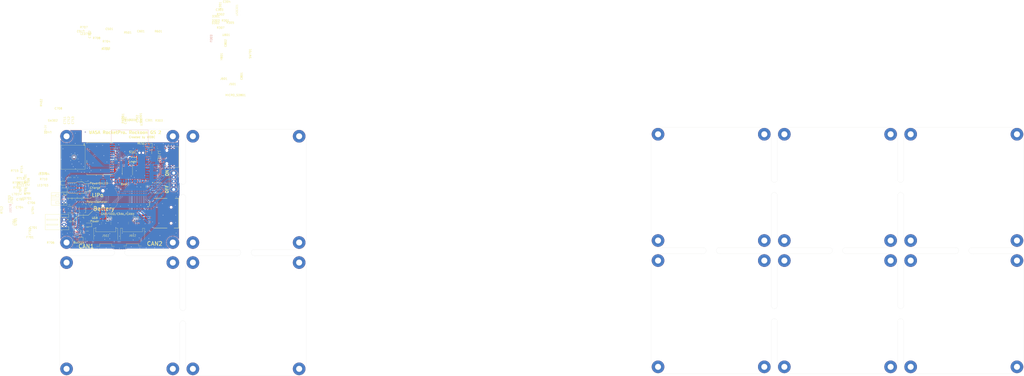
<source format=kicad_pcb>
(kicad_pcb (version 20240108) (generator "pcbnew") (generator_version "8.0")
  (layers (0 "F.Cu" signal) (31 "B.Cu" signal) (34 "B.Paste" user) (35 "F.Paste" user) (36 "B.SilkS" user "B.Silkscreen") (37 "F.SilkS" user "F.Silkscreen") (38 "B.Mask" user) (39 "F.Mask" user) (44 "Edge.Cuts" user))
  (net 0 "")
  (net 1 "GPSANT1")
  (net 2 "GND")
  (net 3 "/GS/GPS/+BATT")
  (net 4 "VDD")
  (net 5 "+BATT")
  (net 6 "/GS/ESP32/VUSB")
  (net 7 "/GS/ESP32/USB_D+")
  (net 8 "/GS/ESP32/USB_D-")
  (net 9 "RESET")
  (net 10 "/GS/ESP32/CANL")
  (net 11 "/GS/ESP32/CANH")
  (net 12 "/GS/MOSI")
  (net 13 "/GS/DET")
  (net 14 "/GS/CLK")
  (net 15 "/GS/MISO")
  (net 16 "/GS/SS")
  (net 17 "/GS/SCL")
  (net 18 "/GS/SDA")
  (net 19 "/GS/ESP32/GPIO18")
  (net 20 "/GS/ESP32/GPIO40")
  (net 21 "/GS/ESP32/GPIO1{slash}ADC1_CH0")
  (net 22 "/GS/ESP32/GPIO2{slash}ADC1_CH1")
  (net 23 "/GS/ESP32/WDI")
  (net 24 "/GS/ESP32/CAN_TX")
  (net 25 "/GS/ESP32/CAN_RX")
  (net 26 "/GS/ESP32/GPIO39")
  (net 27 "/GS/ESP32/GPIO38")
  (net 28 "/GS/PG")
  (net 29 "/GS/ESP32/GPIO7{slash}ADC1_CH6")
  (net 30 "/GS/ESP32/GPIO3{slash}ADC1_CH2")
  (net 31 "/GS/ESP32/GPIO6{slash}ADC1_CH5")
  (net 32 "/GS/ESP32/GPIO4{slash}ADC1_CH3")
  (net 33 "/GS/ESP32/GPIO8{slash}ADC1_CH7")
  (net 34 "/GS/ESP32/GPIO5{slash}ADC1_CH4")
  (net 35 "/GS/STAT2")
  (net 36 "/GS/ESP32/GPIO14")
  (net 37 "/GS/STAT1")
  (net 38 "Net-(LED701-A)")
  (net 39 "Net-(U702-VIN2)")
  (net 40 "Net-(U702-MODE)")
  (net 41 "Net-(LED702-A)")
  (net 42 "Net-(U701-V_{BAT_SENSE})")
  (net 43 "Net-(U703-VAUX)")
  (net 44 "Net-(D304-A)")
  (net 45 "Net-(D305-A)")
  (net 46 "Net-(D306-A)")
  (net 47 "Net-(J701-Pin_1)")
  (net 48 "Net-(U704-Vbus)")
  (net 49 "Net-(J702-Pin_1)")
  (net 50 "Net-(J501-Pin_1)")
  (net 51 "Net-(J601-Pin_1)")
  (net 52 "Net-(U703-L1)")
  (net 53 "Net-(U703-L2)")
  (net 54 "Net-(LED701-K)")
  (net 55 "Net-(LED702-K)")
  (net 56 "Net-(LED703-A)")
  (net 57 "Net-(LED704-K)")
  (net 60 "Net-(USB301-CC1)")
  (net 61 "Net-(USB301-CC2)")
  (net 62 "Net-(U303-MTDI{slash}GPIO41{slash}CLK_OUT1)")
  (net 63 "Net-(U303-MTMS{slash}GPIO42)")
  (net 64 "Net-(U401-RXD_{slash}_SPI_MOSI)")
  (net 65 "Net-(U401-TXD_{slash}_SPI_MISO)")
  (net 66 "Net-(R702-Pad1)")
  (net 67 "Net-(U701-PROG3)")
  (net 68 "Net-(U701-THERM)")
  (net 69 "Net-(U702-PR1)")
  (net 70 "Net-(U701-CE)")
  (net 71 "Net-(SW701-B)")
  (net 72 "Net-(SW701-C)")
  (net 73 "Net-(U703-PG)")
  (net 74 "Net-(U703-FB)")
  (net 75 "Net-(U701-PROG1)")
  (net 77 "Net-(U301-MR)")
  (net 78 "Net-(U303-GPIO0{slash}BOOT)")
  (net 101 "Net-(U801-OSCI)")
  (net 102 "Net-(U801-OSCO)")
  (footprint "" (layer "F.Cu") (at 385.3 58.08 90)
    (property "Reference" "")
    (property "Value" "")
  )
  (footprint "" (layer "F.Cu") (at 480.14 91.7)
    (property "Reference" "")
    (property "Value" "")
  )
  (footprint "" (layer "F.Cu") (at 355.92 89.3)
    (property "Reference" "")
    (property "Value" "")
  )
  (footprint "Resistor_SMD:R_0402_1005Metric" (layer "F.Cu") (at 64.115 43.05)
    (property "Reference" "R306")
    (property "Value" "470")
  )
  (footprint "" (layer "F.Cu") (at 90.3 57.4 90)
    (property "Reference" "")
    (property "Value" "")
  )
  (footprint "" (layer "F.Cu") (at 90.3 60.86 90)
    (property "Reference" "")
    (property "Value" "")
  )
  (footprint "WOBCLibrary:TVAF06-A020B-R" (layer "F.Cu") (at 70.775 41.75 180)
    (property "Reference" "SW301")
    (property "Value" "RESET_sw")
  )
  (footprint "Crystal:Crystal_SMD_3215-2Pin_3.2x1.5mm" (layer "F.Cu") (at 74.175 58.575 90)
    (property "Reference" "Y801")
    (property "Value" "Crystal")
  )
  (footprint "" (layer "F.Cu") (at 62.6 92.7)
    (property "Reference" "")
    (property "Value" "")
  )
  (footprint "" (layer "F.Cu") (at 92.7 122.97 90)
    (property "Reference" "")
    (property "Value" "")
  )
  (footprint "Resistor_SMD:R_0402_1005Metric" (layer "F.Cu") (at 41.665 64)
    (property "Reference" "R709")
    (property "Value" "10k")
  )
  (footprint "LED_SMD:LED_0805_2012Metric" (layer "F.Cu") (at 40.045 84.85 180)
    (property "Reference" "LED702")
    (property "Value" "Backup")
  )
  (footprint "" (layer "F.Cu") (at 385.3 120.19 90)
    (property "Reference" "")
    (property "Value" "")
  )
  (footprint "" (layer "F.Cu") (at 385.3 56.4 90)
    (property "Reference" "")
    (property "Value" "")
  )
  (footprint "" (layer "F.Cu") (at 90.3 122.08 90)
    (property "Reference" "")
    (property "Value" "")
  )
  (footprint "WOBCLibrary:Board_1U_60x60" (layer "F.Cu") (at 481 122 180)
    (property "Reference" "REF**" (hide yes))
    (property "Value" "Board_1U_60x60" (hide yes))
    (fp_line (start 30 4) (end 30 26.5) (stroke (width 0.05)) (layer "Edge.Cuts"))
    (fp_line (start 30 -26.5) (end 30 -4) (stroke (width 0.05)) (layer "Edge.Cuts"))
    (fp_line (start 26.5 30) (end 4 30) (stroke (width 0.05)) (layer "Edge.Cuts"))
    (fp_line (start -4 30) (end -26.5 30) (stroke (width 0.05)) (layer "Edge.Cuts"))
    (fp_line (start -26.5 -30) (end 26.5 -30) (stroke (width 0.05)) (layer "Edge.Cuts"))
    (fp_line (start -30 26.5) (end -30 -26.5) (stroke (width 0.05)) (layer "Edge.Cuts"))
    (fp_arc (start 30 26.5) (mid 28.974874 28.974874) (end 26.5 30) (stroke (width 0.05)) (layer "Edge.Cuts"))
    (fp_arc (start 26.5 -30) (mid 28.974874 -28.974874) (end 30 -26.5) (stroke (width 0.05)) (layer "Edge.Cuts"))
    (fp_arc (start -26.5 30) (mid -28.974874 28.974874) (end -30 26.5) (stroke (width 0.05)) (layer "Edge.Cuts"))
    (fp_arc (start -30 -26.5) (mid -28.974874 -28.974874) (end -26.5 -30) (stroke (width 0.05)) (layer "Edge.Cuts"))
  )
  (footprint "" (layer "F.Cu") (at 448.3 119.4 90)
    (property "Reference" "")
    (property "Value" "")
  )
  (footprint "Diode_SMD:D_SOD-882" (layer "F.Cu") (at 79.975 43.85)
    (property "Reference" "D303")
    (property "Value" "5V")
  )
  (footprint "" (layer "F.Cu") (at 418.03 91.7)
    (property "Reference" "")
    (property "Value" "")
  )
  (footprint "" (layer "F.Cu") (at 57.4 90.3)
    (property "Reference" "")
    (property "Value" "")
  )
  (footprint "WOBCLibrary:Board_1U_60x60" (layer "F.Cu") (at 418 122 180)
    (property "Reference" "REF**" (hide yes))
    (property "Value" "Board_1U_60x60" (hide yes))
    (fp_line (start 30 4) (end 30 26.5) (stroke (width 0.05)) (layer "Edge.Cuts"))
    (fp_line (start 30 -26.5) (end 30 -4) (stroke (width 0.05)) (layer "Edge.Cuts"))
    (fp_line (start 26.5 30) (end 4 30) (stroke (width 0.05)) (layer "Edge.Cuts"))
    (fp_line (start -4 30) (end -26.5 30) (stroke (width 0.05)) (layer "Edge.Cuts"))
    (fp_line (start -26.5 -30) (end 26.5 -30) (stroke (width 0.05)) (layer "Edge.Cuts"))
    (fp_line (start -30 26.5) (end -30 4) (stroke (width 0.05)) (layer "Edge.Cuts"))
    (fp_line (start -30 -4) (end -30 -26.5) (stroke (width 0.05)) (layer "Edge.Cuts"))
    (fp_arc (start 30 26.5) (mid 28.974874 28.974874) (end 26.5 30) (stroke (width 0.05)) (layer "Edge.Cuts"))
    (fp_arc (start 26.5 -30) (mid 28.974874 -28.974874) (end 30 -26.5) (stroke (width 0.05)) (layer "Edge.Cuts"))
    (fp_arc (start -26.5 30) (mid -28.974874 28.974874) (end -30 26.5) (stroke (width 0.05)) (layer "Edge.Cuts"))
    (fp_arc (start -30 -26.5) (mid -28.974874 -28.974874) (end -26.5 -30) (stroke (width 0.05)) (layer "Edge.Cuts"))
  )
  (footprint "" (layer "F.Cu") (at 92.7 123.86 90)
    (property "Reference" "")
    (property "Value" "")
  )
  (footprint "" (layer "F.Cu") (at 450.7 60.75 90)
    (property "Reference" "")
    (property "Value" "")
  )
  (footprint "" (layer "F.Cu") (at 450.7 59.86 90)
    (property "Reference" "")
    (property "Value" "")
  )
  (footprint "Package_DFN_QFN:QFN-20-1EP_4x4mm_P0.5mm_EP2.5x2.5mm" (layer "F.Cu") (at 40 75.9825 90)
    (property "Reference" "U701")
    (property "Value" "MCP73871-1CC")
  )
  (footprint "Fuse:Fuse_1206_3216Metric" (layer "F.Cu") (at 35.3 64.65 90)
    (property "Reference" "F703")
    (property "Value" "Polyfuse")
  )
  (footprint "" (layer "F.Cu") (at 123.92 90.3)
    (property "Reference" "")
    (property "Value" "")
  )
  (footprint "" (layer "F.Cu") (at 355.03 91.7)
    (property "Reference" "")
    (property "Value" "")
  )
  (footprint "" (layer "F.Cu") (at 416.25 91.7)
    (property "Reference" "")
    (property "Value" "")
  )
  (footprint "" (layer "F.Cu") (at 450.7 124.6 90)
    (property "Reference" "")
    (property "Value" "")
  )
  (footprint "" (layer "F.Cu") (at 481.03 91.7)
    (property "Reference" "")
    (property "Value" "")
  )
  (footprint "WOBCLibrary:Board_1U_60x60" (layer "F.Cu") (at 60 123 90)
    (property "Reference" "REF**" (hide yes))
    (property "Value" "Board_1U_60x60" (hide yes))
    (fp_line (start -26.5 -30) (end 26.5 -30) (stroke (width 0.05)) (layer "Edge.Cuts"))
    (fp_line (start 30 -26.5) (end 30 -4) (stroke (width 0.05)) (layer "Edge.Cuts"))
    (fp_line (start 30 4) (end 30 26.5) (stroke (width 0.05)) (layer "Edge.Cuts"))
    (fp_line (start -30 26.5) (end -30 -26.5) (stroke (width 0.05)) (layer "Edge.Cuts"))
    (fp_line (start 26.5 30) (end 4 30) (stroke (width 0.05)) (layer "Edge.Cuts"))
    (fp_line (start -4 30) (end -26.5 30) (stroke (width 0.05)) (layer "Edge.Cuts"))
    (fp_arc (start 26.5 -30) (mid 28.974874 -28.974874) (end 30 -26.5) (stroke (width 0.05)) (layer "Edge.Cuts"))
    (fp_arc (start -30 -26.5) (mid -28.974874 -28.974874) (end -26.5 -30) (stroke (width 0.05)) (layer "Edge.Cuts"))
    (fp_arc (start 30 26.5) (mid 28.974874 28.974874) (end 26.5 30) (stroke (width 0.05)) (layer "Edge.Cuts"))
    (fp_arc (start -26.5 30) (mid -28.974874 28.974874) (end -30 26.5) (stroke (width 0.05)) (layer "Edge.Cuts"))
  )
  (footprint "" (layer "F.Cu") (at 450.7 122.86 90)
    (property "Reference" "")
    (property "Value" "")
  )
  (footprint "WOBCLibrary:TF-01A" (layer "F.Cu") (at 82.125 71.8862 90)
    (property "Reference" "MICRO_SD801")
    (property "Value" "TF-01A")
  )
  (footprint "" (layer "F.Cu") (at 92.7 121.19 90)
    (property "Reference" "")
    (property "Value" "")
  )
  (footprint "" (layer "F.Cu") (at 90.3 58.19 90)
    (property "Reference" "")
    (property "Value" "")
  )
  (footprint "" (layer "F.Cu") (at 387.7 119.4 90)
    (property "Reference" "")
    (property "Value" "")
  )
  (footprint "" (layer "F.Cu") (at 448.3 59.86 90)
    (property "Reference" "")
    (property "Value" "")
  )
  (footprint "" (layer "F.Cu") (at 387.7 120.19 90)
    (property "Reference" "")
    (property "Value" "")
  )
  (footprint "" (layer "F.Cu") (at 60.92 90.3)
    (property "Reference" "")
    (property "Value" "")
  )
  (footprint "Capacitor_SMD:C_0603_1608Metric" (layer "F.Cu") (at 40.45 60.72 90)
    (property "Reference" "C707")
    (property "Value" "10uF")
  )
  (footprint "" (layer "F.Cu") (at 92.7 61.75 90)
    (property "Reference" "")
    (property "Value" "")
  )
  (footprint "" (layer "F.Cu") (at 387.7 56.4 90)
    (property "Reference" "")
    (property "Value" "")
  )
  (footprint "" (layer "F.Cu") (at 387.7 57.19 90)
    (property "Reference" "")
    (property "Value" "")
  )
  (footprint "LED_SMD:LED_0805_2012Metric" (layer "F.Cu") (at 44.3375 77.725 180)
    (property "Reference" "LED701")
    (property "Value" "USB Power")
  )
  (footprint "Fuse:Fuse_1206_3216Metric" (layer "F.Cu") (at 43.925 79.87 180)
    (property "Reference" "F701")
    (property "Value" "Polyfuse")
  )
  (footprint "" (layer "F.Cu") (at 385.3 61.6 90)
    (property "Reference" "")
    (property "Value" "")
  )
  (footprint "WOBCLibrary:Board_1U_60x60" (layer "F.Cu") (at 123 60 -90)
    (property "Reference" "REF**" (hide yes))
    (property "Value" "Board_1U_60x60" (hide yes))
    (fp_line (start -4 30) (end -26.5 30) (stroke (width 0.05)) (layer "Edge.Cuts"))
    (fp_line (start 26.5 30) (end 4 30) (stroke (width 0.05)) (layer "Edge.Cuts"))
    (fp_line (start -30 26.5) (end -30 -26.5) (stroke (width 0.05)) (layer "Edge.Cuts"))
    (fp_line (start 30 4) (end 30 26.5) (stroke (width 0.05)) (layer "Edge.Cuts"))
    (fp_line (start 30 -26.5) (end 30 -4) (stroke (width 0.05)) (layer "Edge.Cuts"))
    (fp_line (start -26.5 -30) (end 26.5 -30) (stroke (width 0.05)) (layer "Edge.Cuts"))
    (fp_arc (start -26.5 30) (mid -28.974874 28.974874) (end -30 26.5) (stroke (width 0.05)) (layer "Edge.Cuts"))
    (fp_arc (start 30 26.5) (mid 28.974874 28.974874) (end 26.5 30) (stroke (width 0.05)) (layer "Edge.Cuts"))
    (fp_arc (start -30 -26.5) (mid -28.974874 -28.974874) (end -26.5 -30) (stroke (width 0.05)) (layer "Edge.Cuts"))
    (fp_arc (start 26.5 -30) (mid 28.974874 -28.974874) (end 30 -26.5) (stroke (width 0.05)) (layer "Edge.Cuts"))
  )
  (footprint "Resistor_SMD:R_0402_1005Metric" (layer "F.Cu") (at 64.125 44.675)
    (property "Reference" "R304")
    (property "Value" "470")
  )
  (footprint "Resistor_SMD:R_0402_1005Metric" (layer "F.Cu") (at 43.2 56.145 -90)
    (property "Reference" "R714")
    (property "Value" "15k")
  )
  (footprint "Capacitor_SMD:C_0402_1005Metric" (layer "F.Cu") (at 50.98 76.885)
    (property "Reference" "C501")
    (property "Value" "100nF")
  )
  (footprint "" (layer "F.Cu") (at 450.7 61.6 90)
    (property "Reference" "")
    (property "Value" "")
  )
  (footprint "Package_SO:VSSOP-10_3x3mm_P0.5mm" (layer "F.Cu") (at 35.5 70.145 180)
    (property "Reference" "U704")
    (property "Value" "INA226")
  )
  (footprint "WOBCLibrary:GNSS_Antenna_1212" (layer "F.Cu") (at 36.725 43.925 -90)
    (property "Reference" "AE401")
    (property "Value" "Antenna")
  )
  (footprint "" (layer "F.Cu") (at 450.7 58.97 90)
    (property "Reference" "")
    (property "Value" "")
  )
  (footprint "WOBCLibrary:Board_1U_60x60" (layer "F.Cu") (at 355 59)
    (property "Reference" "REF**" (hide yes))
    (property "Value" "Board_1U_60x60" (hide yes))
    (fp_line (start -30 26.5) (end -30 -26.5) (stroke (width 0.05)) (layer "Edge.Cuts"))
    (fp_line (start -26.5 -30) (end 26.5 -30) (stroke (width 0.05)) (layer "Edge.Cuts"))
    (fp_line (start -4 30) (end -26.5 30) (stroke (width 0.05)) (layer "Edge.Cuts"))
    (fp_line (start 26.5 30) (end 4 30) (stroke (width 0.05)) (layer "Edge.Cuts"))
    (fp_line (start 30 -26.5) (end 30 -4) (stroke (width 0.05)) (layer "Edge.Cuts"))
    (fp_line (start 30 4) (end 30 26.5) (stroke (width 0.05)) (layer "Edge.Cuts"))
    (fp_arc (start -30 -26.5) (mid -28.974874 -28.974874) (end -26.5 -30) (stroke (width 0.05)) (layer "Edge.Cuts"))
    (fp_arc (start -26.5 30) (mid -28.974874 28.974874) (end -30 26.5) (stroke (width 0.05)) (layer "Edge.Cuts"))
    (fp_arc (start 26.5 -30) (mid 28.974874 -28.974874) (end 30 -26.5) (stroke (width 0.05)) (layer "Edge.Cuts"))
    (fp_arc (start 30 26.5) (mid 28.974874 28.974874) (end 26.5 30) (stroke (width 0.05)) (layer "Edge.Cuts"))
  )
  (footprint "Capacitor_SMD:C_0603_1608Metric" (layer "F.Cu") (at 72.7 73.5 -90)
    (property "Reference" "C801")
    (property "Value" "10uF")
  )
  (footprint "" (layer "F.Cu") (at 448.3 123.75 90)
    (property "Reference" "")
    (property "Value" "")
  )
  (footprint "" (layer "F.Cu") (at 482.81 89.3)
    (property "Reference" "")
    (property "Value" "")
  )
  (footprint "" (layer "F.Cu") (at 92.7 62.6 90)
    (property "Reference" "")
    (property "Value" "")
  )
  (footprint "Capacitor_SMD:C_0402_1005Metric" (layer "F.Cu") (at 44.2 56.145 90)
    (property "Reference" "C709")
    (property "Value" "100nF")
  )
  (footprint "" (layer "F.Cu") (at 448.3 57.19 90)
    (property "Reference" "")
    (property "Value" "")
  )
  (footprint "Resistor_SMD:R_0402_1005Metric" (layer "F.Cu") (at 58.225 45.35 -90)
    (property "Reference" "R402")
    (property "Value" "33")
  )
  (footprint "" (layer "F.Cu") (at 483.6 91.7)
    (property "Reference" "")
    (property "Value" "")
  )
  (footprint "" (layer "F.Cu") (at 385.3 122.86 90)
    (property "Reference" "")
    (property "Value" "")
  )
  (footprint "" (layer "F.Cu") (at 450.7 57.19 90)
    (property "Reference" "")
    (property "Value" "")
  )
  (footprint "" (layer "F.Cu") (at 92.7 57.4 90)
    (property "Reference" "")
    (property "Value" "")
  )
  (footprint "Capacitor_SMD:C_0603_1608Metric" (layer "F.Cu") (at 35.9 81.425 -90)
    (property "Reference" "C702")
    (property "Value" "10uF")
  )
  (footprint "" (layer "F.Cu") (at 92.7 122.08 90)
    (property "Reference" "")
    (property "Value" "")
  )
  (footprint "" (layer "F.Cu") (at 450.7 120.19 90)
    (property "Reference" "")
    (property "Value" "")
  )
  (footprint "WOBCLibrary:Board_1U_60x60" (layer "F.Cu") (at 355 122 90)
    (property "Reference" "REF**" (hide yes))
    (property "Value" "Board_1U_60x60" (hide yes))
    (fp_line (start -26.5 -30) (end 26.5 -30) (stroke (width 0.05)) (layer "Edge.Cuts"))
    (fp_line (start 30 -26.5) (end 30 -4) (stroke (width 0.05)) (layer "Edge.Cuts"))
    (fp_line (start 30 4) (end 30 26.5) (stroke (width 0.05)) (layer "Edge.Cuts"))
    (fp_line (start -30 26.5) (end -30 -26.5) (stroke (width 0.05)) (layer "Edge.Cuts"))
    (fp_line (start 26.5 30) (end 4 30) (stroke (width 0.05)) (layer "Edge.Cuts"))
    (fp_line (start -4 30) (end -26.5 30) (stroke (width 0.05)) (layer "Edge.Cuts"))
    (fp_arc (start 26.5 -30) (mid 28.974874 -28.974874) (end 30 -26.5) (stroke (width 0.05)) (layer "Edge.Cuts"))
    (fp_arc (start -30 -26.5) (mid -28.974874 -28.974874) (end -26.5 -30) (stroke (width 0.05)) (layer "Edge.Cuts"))
    (fp_arc (start 30 26.5) (mid 28.974874 28.974874) (end 26.5 30) (stroke (width 0.05)) (layer "Edge.Cuts"))
    (fp_arc (start -26.5 30) (mid -28.974874 28.974874) (end -30 26.5) (stroke (width 0.05)) (layer "Edge.Cuts"))
  )
  (footprint "Resistor_SMD:R_0402_1005Metric" (layer "F.Cu") (at 40.5 81.75 180)
    (property "Reference" "R707")
    (property "Value" "100k")
  )
  (footprint "" (layer "F.Cu") (at 92.7 58.19 90)
    (property "Reference" "")
    (property "Value" "")
  )
  (footprint "" (layer "F.Cu") (at 92.7 60.86 90)
    (property "Reference" "")
    (property "Value" "")
  )
  (footprint "" (layer "F.Cu") (at 120.4 90.3)
    (property "Reference" "")
    (property "Value" "")
  )
  (footprint "Resistor_SMD:R_0402_1005Metric" (layer "F.Cu") (at 37.325 79.15 180)
    (property "Reference" "R706")
    (property "Value" "100k")
  )
  (footprint "" (layer "F.Cu") (at 90.3 120.4 90)
    (property "Reference" "")
    (property "Value" "")
  )
  (footprint "" (layer "F.Cu") (at 387.7 58.08 90)
    (property "Reference" "")
    (property "Value" "")
  )
  (footprint "" (layer "F.Cu") (at 90.3 124.75 90)
    (property "Reference" "")
    (property "Value" "")
  )
  (footprint "Resistor_SMD:R_0402_1005Metric" (layer "F.Cu") (at 43.71 62.95 180)
    (property "Reference" "R711")
    (property "Value" "100k")
  )
  (footprint "" (layer "F.Cu") (at 418.92 91.7)
    (property "Reference" "")
    (property "Value" "")
  )
  (footprint "Resistor_SMD:R_0402_1005Metric" (layer "F.Cu") (at 78.99 48.05)
    (property "Reference" "R305")
    (property "Value" "10k")
  )
  (footprint "Connector_PinHeader_1.27mm:PinHeader_1x02_P1.27mm_Vertical" (layer "F.Cu") (at 68.635 74.735 -90)
    (property "Reference" "J601")
    (property "Value" "Jumper")
  )
  (footprint "" (layer "F.Cu") (at 355.92 91.7)
    (property "Reference" "")
    (property "Value" "")
  )
  (footprint "" (layer "F.Cu") (at 387.7 61.6 90)
    (property "Reference" "")
    (property "Value" "")
  )
  (footprint "" (layer "F.Cu") (at 448.3 61.6 90)
    (property "Reference" "")
    (property "Value" "")
  )
  (footprint "Fuse:Fuse_1206_3216Metric" (layer "F.Cu") (at 36.2 76.045 -90)
    (property "Reference" "F702")
    (property "Value" "Polyfuse")
  )
  (footprint "" (layer "F.Cu") (at 481.92 89.3)
    (property "Reference" "")
    (property "Value" "")
  )
  (footprint "" (layer "F.Cu") (at 123.92 92.7)
    (property "Reference" "")
    (property "Value" "")
  )
  (footprint "Capacitor_SMD:C_0805_2012Metric" (layer "F.Cu") (at 34.415 54.05 90)
    (property "Reference" "C711")
    (property "Value" "10uF")
  )
  (footprint "" (layer "F.Cu") (at 417.14 89.3)
    (property "Reference" "")
    (property "Value" "")
  )
  (footprint "Diode_SMD:D_SOD-882" (layer "F.Cu") (at 80.01 41.65)
    (property "Reference" "D301")
    (property "Value" "5V")
  )
  (footprint "Capacitor_SMD:C_0402_1005Metric" (layer "F.Cu") (at 75.445 44.05)
    (property "Reference" "C301")
    (property "Value" "100nF")
  )
  (footprint "LED_SMD:LED_0805_2012Metric" (layer "F.Cu") (at 32.0875 60.25 180)
    (property "Reference" "LED703")
    (property "Value" "CHARGE")
  )
  (footprint "" (layer "F.Cu") (at 481.92 91.7)
    (property "Reference" "")
    (property "Value" "")
  )
  (footprint "Connector_PinHeader_1.27mm:PinHeader_1x02_P1.27mm_Vertical" (layer "F.Cu") (at 55.23 74.785 -90)
    (property "Reference" "J501")
    (property "Value" "Jumper")
  )
  (footprint "" (layer "F.Cu") (at 415.4 91.7)
    (property "Reference" "")
    (property "Value" "")
  )
  (footprint "" (layer "F.Cu") (at 120.4 92.7)
    (property "Reference" "")
    (property "Value" "")
  )
  (footprint "WOBCLibrary:Board_1U_60x60" (layer "F.Cu") (at 60 60)
    (property "Reference" "REF**" (hide yes))
    (property "Value" "Board_1U_60x60" (hide yes))
    (fp_line (start -30 26.5) (end -30 -26.5) (stroke (width 0.05)) (layer "Edge.Cuts"))
    (fp_line (start -26.5 -30) (end 26.5 -30) (stroke (width 0.05)) (layer "Edge.Cuts"))
    (fp_line (start -4 30) (end -26.5 30) (stroke (width 0.05)) (layer "Edge.Cuts"))
    (fp_line (start 26.5 30) (end 4 30) (stroke (width 0.05)) (layer "Edge.Cuts"))
    (fp_line (start 30 -26.5) (end 30 -4) (stroke (width 0.05)) (layer "Edge.Cuts"))
    (fp_line (start 30 4) (end 30 26.5) (stroke (width 0.05)) (layer "Edge.Cuts"))
    (fp_arc (start -30 -26.5) (mid -28.974874 -28.974874) (end -26.5 -30) (stroke (width 0.05)) (layer "Edge.Cuts"))
    (fp_arc (start -26.5 30) (mid -28.974874 28.974874) (end -30 26.5) (stroke (width 0.05)) (layer "Edge.Cuts"))
    (fp_arc (start 26.5 -30) (mid 28.974874 -28.974874) (end 30 -26.5) (stroke (width 0.05)) (layer "Edge.Cuts"))
    (fp_arc (start 30 26.5) (mid 28.974874 28.974874) (end 26.5 30) (stroke (width 0.05)) (layer "Edge.Cuts"))
  )
  (footprint "" (layer "F.Cu") (at 450.7 121.08 90)
    (property "Reference" "")
    (property "Value" "")
  )
  (footprint "" (layer "F.Cu") (at 59.14 90.3)
    (property "Reference" "")
    (property "Value" "")
  )
  (footprint "" (layer "F.Cu") (at 385.3 58.97 90)
    (property "Reference" "")
    (property "Value" "")
  )
  (footprint "" (layer "F.Cu") (at 354.14 89.3)
    (property "Reference" "")
    (property "Value" "")
  )
  (footprint "" (layer "F.Cu") (at 416.25 89.3)
    (property "Reference" "")
    (property "Value" "")
  )
  (footprint "" (layer "F.Cu") (at 353.25 89.3)
    (property "Reference" "")
    (property "Value" "")
  )
  (footprint "Button_Switch_THT:SW_Slide_SPDT_Angled_CK_OS102011MA1Q" (layer "F.Cu") (at 86.925 57.925 90)
    (property "Reference" "SW701")
    (property "Value" "Power Switch")
  )
  (footprint "" (layer "F.Cu") (at 90.3 121.19 90)
    (property "Reference" "")
    (property "Value" "")
  )
  (footprint "Potentiometer_SMD:Potentiometer_Bourns_TC33X_Vertical" (layer "F.Cu") (at 41.425 69.645 -90)
    (property "Reference" "RV701")
    (property "Value" "10k")
  )
  (footprint "" (layer "F.Cu") (at 123.03 92.7)
    (property "Reference" "")
    (property "Value" "")
  )
  (footprint "" (layer "F.Cu") (at 60.03 90.3)
    (property "Reference" "")
    (property "Value" "")
  )
  (footprint "Resistor_SMD:R_0402_1005Metric" (layer "F.Cu") (at 45.175 75.75 90)
    (property "Reference" "R701")
    (property "Value" "1k")
  )
  (footprint "Resistor_SMD:R_0402_1005Metric" (layer "F.Cu") (at 31.625 55.15)
    (property "Reference" "R716")
    (property "Value" "1k")
  )
  (footprint "" (layer "F.Cu") (at 418.03 89.3)
    (property "Reference" "")
    (property "Value" "")
  )
  (footprint "Resistor_SMD:R_0402_1005Metric" (layer "F.Cu") (at 40.51 80.75 180)
    (property "Reference" "R705")
    (property "Value" "47k")
  )
  (footprint "Capacitor_SMD:C_0603_1608Metric" (layer "F.Cu") (at 58.45 40.825 90)
    (property "Reference" "C201")
    (property "Value" "10uF")
  )
  (footprint "LED_SMD:LED_0805_2012Metric" (layer "F.Cu") (at 32.2125 56.85)
    (property "Reference" "LED704")
    (property "Value" "VDD")
  )
  (footprint "" (layer "F.Cu") (at 448.3 124.6 90)
    (property "Reference" "")
    (property "Value" "")
  )
  (footprint "Package_SO:SOIC-8_3.9x4.9mm_P1.27mm" (layer "F.Cu") (at 79.1 59.265)
    (property "Reference" "U801")
    (property "Value" "PCF8563T")
  )
  (footprint "" (layer "F.Cu") (at 60.92 92.7)
    (property "Reference" "")
    (property "Value" "")
  )
  (footprint "" (layer "F.Cu") (at 58.25 90.3)
    (property "Reference" "")
    (property "Value" "")
  )
  (footprint "" (layer "F.Cu") (at 92.7 120.4 90)
    (property "Reference" "")
    (property "Value" "")
  )
  (footprint "" (layer "F.Cu") (at 357.6 89.3)
    (property "Reference" "")
    (property "Value" "")
  )
  (footprint "Resistor_SMD:R_0402_1005Metric" (layer "F.Cu") (at 79.915 42.75 180)
    (property "Reference" "R302")
    (property "Value" "5.1k")
  )
  (footprint "" (layer "F.Cu") (at 448.3 121.97 90)
    (property "Reference" "")
    (property "Value" "")
  )
  (footprint "" (layer "F.Cu") (at 92.7 59.08 90)
    (property "Reference" "")
    (property "Value" "")
  )
  (footprint "Capacitor_SMD:C_0603_1608Metric" (layer "F.Cu") (at 36.6 72.645 180)
    (property "Reference" "C706")
    (property "Value" "10uF")
  )
  (footprint "" (layer "F.Cu") (at 122.14 90.3)
    (property "Reference" "")
    (property "Value" "")
  )
  (footprint "" (layer "F.Cu") (at 448.3 58.97 90)
    (property "Reference" "")
    (property "Value" "")
  )
  (footprint "" (layer "F.Cu") (at 90.3 122.97 90)
    (property "Reference" "")
    (property "Value" "")
  )
  (footprint "" (layer "F.Cu") (at 385.3 124.6 90)
    (property "Reference" "")
    (property "Value" "")
  )
  (footprint "" (layer "F.Cu") (at 479.25 91.7)
    (property "Reference" "")
    (property "Value" "")
  )
  (footprint "" (layer "F.Cu") (at 57.4 92.7)
    (property "Reference" "")
    (property "Value" "")
  )
  (footprint "Capacitor_SMD:C_0805_2012Metric" (layer "F.Cu") (at 38.425 54.05 90)
    (property "Reference" "C713")
    (property "Value" "10uF")
  )
  (footprint "" (layer "F.Cu") (at 450.7 123.75 90)
    (property "Reference" "")
    (property "Value" "")
  )
  (footprint "" (layer "F.Cu") (at 385.3 57.19 90)
    (property "Reference" "")
    (property "Value" "")
  )
  (footprint "" (layer "F.Cu") (at 58.25 92.7)
    (property "Reference" "")
    (property "Value" "")
  )
  (footprint "" (layer "F.Cu") (at 385.3 59.86 90)
    (property "Reference" "")
    (property "Value" "")
  )
  (footprint "" (layer "F.Cu") (at 121.25 92.7)
    (property "Reference" "")
    (property "Value" "")
  )
  (footprint "" (layer "F.Cu") (at 61.81 92.7)
    (property "Reference" "")
    (property "Value" "")
  )
  (footprint "Connector_JST:JST_XH_S2B-XH-A_1x02_P2.50mm_Horizontal" (layer "F.Cu") (at 32.25 75.05 -90)
    (property "Reference" "J701")
    (property "Value" "Battery")
  )
  (footprint "" (layer "F.Cu") (at 385.3 119.4 90)
    (property "Reference" "")
    (property "Value" "")
  )
  (footprint "" (layer "F.Cu") (at 92.7 125.6 90)
    (property "Reference" "")
    (property "Value" "")
  )
  (footprint "" (layer "F.Cu") (at 125.6 92.7)
    (property "Reference" "")
    (property "Value" "")
  )
  (footprint "Resistor_SMD:R_0402_1005Metric" (layer "F.Cu") (at 43.7 61.765)
    (property "Reference" "R713")
    (property "Value" "100k")
  )
  (footprint "" (layer "F.Cu") (at 60.03 92.7)
    (property "Reference" "")
    (property "Value" "")
  )
  (footprint "Resistor_SMD:R_0402_1005Metric" (layer "F.Cu") (at 71.815 38)
    (property "Reference" "R303")
    (property "Value" "470")
  )
  (footprint "" (layer "F.Cu") (at 90.3 61.75 90)
    (property "Reference" "")
    (property "Value" "")
  )
  (footprint "" (layer "F.Cu") (at 355.03 89.3)
    (property "Reference" "")
    (property "Value" "")
  )
  (footprint "" (layer "F.Cu") (at 354.14 91.7)
    (property "Reference" "")
    (property "Value" "")
  )
  (footprint "" (layer "F.Cu") (at 415.4 89.3)
    (property "Reference" "")
    (property "Value" "")
  )
  (footprint "" (layer "F.Cu") (at 122.14 92.7)
    (property "Reference" "")
    (property "Value" "")
  )
  (footprint "" (layer "F.Cu") (at 44.575 68)
    (property "Reference" "")
    (property "Value" "")
  )
  (footprint "WOBCLibrary:Board_1U_60x60" (layer "F.Cu") (at 123 123 180)
    (property "Reference" "REF**" (hide yes))
    (property "Value" "Board_1U_60x60" (hide yes))
    (fp_line (start 30 4) (end 30 26.5) (stroke (width 0.05)) (layer "Edge.Cuts"))
    (fp_line (start 30 -26.5) (end 30 -4) (stroke (width 0.05)) (layer "Edge.Cuts"))
    (fp_line (start 26.5 30) (end 4 30) (stroke (width 0.05)) (layer "Edge.Cuts"))
    (fp_line (start -4 30) (end -26.5 30) (stroke (width 0.05)) (layer "Edge.Cuts"))
    (fp_line (start -26.5 -30) (end 26.5 -30) (stroke (width 0.05)) (layer "Edge.Cuts"))
    (fp_line (start -30 26.5) (end -30 -26.5) (stroke (width 0.05)) (layer "Edge.Cuts"))
    (fp_arc (start 30 26.5) (mid 28.974874 28.974874) (end 26.5 30) (stroke (width 0.05)) (layer "Edge.Cuts"))
    (fp_arc (start 26.5 -30) (mid 28.974874 -28.974874) (end 30 -26.5) (stroke (width 0.05)) (layer "Edge.Cuts"))
    (fp_arc (start -26.5 30) (mid -28.974874 28.974874) (end -30 26.5) (stroke (width 0.05)) (layer "Edge.Cuts"))
    (fp_arc (start -30 -26.5) (mid -28.974874 -28.974874) (end -26.5 -30) (stroke (width 0.05)) (layer "Edge.Cuts"))
  )
  (footprint "" (layer "F.Cu") (at 450.7 58.08 90)
    (property "Reference" "")
    (property "Value" "")
  )
  (footprint "" (layer "F.Cu") (at 90.3 59.97 90)
    (property "Reference" "")
    (property "Value" "")
  )
  (footprint "Package_TO_SOT_SMD:SOT-23-5" (layer "F.Cu") (at 74.45 41.5 -90)
    (property "Reference" "U301")
    (property "Value" "TPS3820")
  )
  (footprint "Resistor_SMD:R_0402_1005Metric" (layer "F.Cu") (at 79.915 46.15 180)
    (property "Reference" "R301")
    (property "Value" "5.1k")
  )
  (footprint "WOBCLibrary:Grove_4P_L_SMD" (layer "F.Cu") (at 66.385 83.035)
    (property "Reference" "J602")
    (property "Value" "Conn_01x04_MountingPin")
  )
  (footprint "Resistor_SMD:R_0805_2012Metric" (layer "F.Cu") (at 31.3 70.1575 90)
    (property "Reference" "R712")
    (property "Value" "50mΩ")
  )
  (footprint "" (layer "F.Cu") (at 385.3 121.97 90)
    (property "Reference" "")
    (property "Value" "")
  )
  (footprint "WOBCLibrary:ATGM332D-5N31" (layer "F.Cu") (at 49.925 45.25 180)
    (property "Reference" "U401")
    (property "Value" "NEO-M9N-00B")
  )
  (footprint "" (layer "F.Cu") (at 92.7 124.75 90)
    (property "Reference" "")
    (property "Value" "")
  )
  (footprint "" (layer "F.Cu") (at 478.4 89.3)
    (property "Reference" "")
    (property "Value" "")
  )
  (footprint "" (layer "F.Cu") (at 420.6 91.7)
    (property "Reference" "")
    (property "Value" "")
  )
  (footprint "" (layer "F.Cu") (at 450.7 121.97 90)
    (property "Reference" "")
    (property "Value" "")
  )
  (footprint "" (layer "F.Cu") (at 387.7 123.75 90)
    (property "Reference" "")
    (property "Value" "")
  )
  (footprint "" (layer "F.Cu") (at 448.3 58.08 90)
    (property "Reference" "")
    (property "Value" "")
  )
  (footprint "" (layer "F.Cu") (at 124.81 90.3)
    (property "Reference" "")
    (property "Value" "")
  )
  (footprint "Capacitor_SMD:C_0603_1608Metric" (layer "F.Cu") (at 40.15 79.545 180)
    (property "Reference" "C701")
    (property "Value" "10uF")
  )
  (footprint "Capacitor_SMD:C_0402_1005Metric" (layer "F.Cu") (at 78.72 38.975)
    (property "Reference" "C304")
    (property "Value" "100nF")
  )
  (footprint "Resistor_SMD:R_0402_1005Metric" (layer "F.Cu") (at 41.95 66.445)
    (property "Reference" "R702")
    (property "Value" "1k")
  )
  (footprint "" (layer "F.Cu") (at 417.14 91.7)
    (property "Reference" "")
    (property "Value" "")
  )
  (footprint "" (layer "F.Cu") (at 90.3 125.6 90)
    (property "Reference" "")
    (property "Value" "")
  )
  (footprint "" (layer "F.Cu") (at 387.7 60.75 90)
    (property "Reference" "")
    (property "Value" "")
  )
  (footprint "" (layer "F.Cu") (at 123.03 90.3)
    (property "Reference" "")
    (property "Value" "")
  )
  (footprint "" (layer "F.Cu") (at 387.7 121.08 90)
    (property "Reference" "")
    (property "Value" "")
  )
  (footprint "" (layer "F.Cu") (at 387.7 124.6 90)
    (property "Reference" "")
    (property "Value" "")
  )
  (footprint "" (layer "F.Cu") (at 483.6 89.3)
    (property "Reference" "")
    (property "Value" "")
  )
  (footprint "" (layer "F.Cu") (at 419.81 89.3)
    (property "Reference" "")
    (property "Value" "")
  )
  (footprint "" (layer "F.Cu") (at 478.4 91.7)
    (property "Reference" "")
    (property "Value" "")
  )
  (footprint "LED_SMD:LED_0805_2012Metric" (layer "F.Cu") (at 74.5625 38 180)
    (property "Reference" "D304" (hide yes))
    (property "Value" "RESET")
  )
  (footprint "WOBCLibrary:Board_1U_60x60" (layer "F.Cu") (at 481 59 -90)
    (property "Reference" "REF**" (hide yes))
    (property "Value" "Board_1U_60x60" (hide yes))
    (fp_line (start -4 30) (end -26.5 30) (stroke (width 0.05)) (layer "Edge.Cuts"))
    (fp_line (start 26.5 30) (end 4 30) (stroke (width 0.05)) (layer "Edge.Cuts"))
    (fp_line (start -30 26.5) (end -30 -26.5) (stroke (width 0.05)) (layer "Edge.Cuts"))
    (fp_line (start 30 4) (end 30 26.5) (stroke (width 0.05)) (layer "Edge.Cuts"))
    (fp_line (start 30 -26.5) (end 30 -4) (stroke (width 0.05)) (layer "Edge.Cuts"))
    (fp_line (start -26.5 -30) (end 26.5 -30) (stroke (width 0.05)) (layer "Edge.Cuts"))
    (fp_arc (start -26.5 30) (mid -28.974874 28.974874) (end -30 26.5) (stroke (width 0.05)) (layer "Edge.Cuts"))
    (fp_arc (start 30 26.5) (mid 28.974874 28.974874) (end 26.5 30) (stroke (width 0.05)) (layer "Edge.Cuts"))
    (fp_arc (start -30 -26.5) (mid -28.974874 -28.974874) (end -26.5 -30) (stroke (width 0.05)) (layer "Edge.Cuts"))
    (fp_arc (start 26.5 -30) (mid 28.974874 -28.974874) (end 30 -26.5) (stroke (width 0.05)) (layer "Edge.Cuts"))
  )
  (footprint "" (layer "F.Cu") (at 385.3 123.75 90)
    (property "Reference" "")
    (property "Value" "")
  )
  (footprint "" (layer "F.Cu") (at 356.81 89.3)
    (property "Reference" "")
    (property "Value" "")
  )
  (footprint "" (layer "F.Cu") (at 448.3 56.4 90)
    (property "Reference" "")
    (property "Value" "")
  )
  (footprint "" (layer "F.Cu") (at 124.81 92.7)
    (property "Reference" "")
    (property "Value" "")
  )
  (footprint "" (layer "F.Cu") (at 480.14 89.3)
    (property "Reference" "")
    (property "Value" "")
  )
  (footprint "WOBCLibrary:VREG_TPS63070RNMR" (layer "F.Cu") (at 42.9875 59.245 180)
    (property "Reference" "U703")
    (property "Value" "TPS63070RNMR")
  )
  (footprint "WOBCLibrary:Board_1U_60x60" (layer "F.Cu") (at 418 59)
    (property "Reference" "REF**" (hide yes))
    (property "Value" "Board_1U_60x60" (hide yes))
    (fp_line (start -30 -4) (end -30 -26.5) (stroke (width 0.05)) (layer "Edge.Cuts"))
    (fp_line (start -30 26.5) (end -30 4) (stroke (width 0.05)) (layer "Edge.Cuts"))
    (fp_line (start -26.5 -30) (end 26.5 -30) (stroke (width 0.05)) (layer "Edge.Cuts"))
    (fp_line (start -4 30) (end -26.5 30) (stroke (width 0.05)) (layer "Edge.Cuts"))
    (fp_line (start 26.5 30) (end 4 30) (stroke (width 0.05)) (layer "Edge.Cuts"))
    (fp_line (start 30 -26.5) (end 30 -4) (stroke (width 0.05)) (layer "Edge.Cuts"))
    (fp_line (start 30 4) (end 30 26.5) (stroke (width 0.05)) (layer "Edge.Cuts"))
    (fp_arc (start -30 -26.5) (mid -28.974874 -28.974874) (end -26.5 -30) (stroke (width 0.05)) (layer "Edge.Cuts"))
    (fp_arc (start -26.5 30) (mid -28.974874 28.974874) (end -30 26.5) (stroke (width 0.05)) (layer "Edge.Cuts"))
    (fp_arc (start 26.5 -30) (mid 28.974874 -28.974874) (end 30 -26.5) (stroke (width 0.05)) (layer "Edge.Cuts"))
    (fp_arc (start 30 26.5) (mid 28.974874 28.974874) (end 26.5 30) (stroke (width 0.05)) (layer "Edge.Cuts"))
  )
  (footprint "Package_TO_SOT_SMD:SOT-583-8" (layer "F.Cu") (at 38.04 81.6 180)
    (property "Reference" "U702")
    (property "Value" "TPS2116DRL")
  )
  (footprint "" (layer "F.Cu") (at 387.7 122.86 90)
    (property "Reference" "")
    (property "Value" "")
  )
  (footprint "" (layer "F.Cu") (at 61.81 90.3)
    (property "Reference" "")
    (property "Value" "")
  )
  (footprint "Capacitor_SMD:C_0402_1005Metric" (layer "F.Cu") (at 57.725 38.35 -90)
    (property "Reference" "C401")
    (property "Value" "100nF")
  )
  (footprint "Capacitor_SMD:C_0402_1005Metric" (layer "F.Cu") (at 35.225 67.85 180)
    (property "Reference" "C708")
    (property "Value" "100nF")
  )
  (footprint "" (layer "F.Cu") (at 419.81 91.7)
    (property "Reference" "")
    (property "Value" "")
  )
  (footprint "Resistor_SMD:R_0402_1005Metric" (layer "F.Cu") (at 41.9 72.845)
    (property "Reference" "R703")
    (property "Value" "100k")
  )
  (footprint "" (layer "F.Cu") (at 482.81 91.7)
    (property "Reference" "")
    (property "Value" "")
  )
  (footprint "Resistor_SMD:R_0402_1005Metric" (layer "F.Cu") (at 42.835 84.85)
    (property "Reference" "R708")
    (property "Value" "1k")
  )
  (footprint "" (layer "F.Cu") (at 59.14 92.7)
    (property "Reference" "")
    (property "Value" "")
  )
  (footprint "" (layer "F.Cu") (at 121.25 90.3)
    (property "Reference" "")
    (property "Value" "")
  )
  (footprint "Capacitor_SMD:C_0402_1005Metric" (layer "F.Cu") (at 68.525 40.93 90)
    (property "Reference" "C302")
    (property "Value" "100nF")
  )
  (footprint "" (layer "F.Cu") (at 387.7 59.86 90)
    (property "Reference" "")
    (property "Value" "")
  )
  (footprint "" (layer "F.Cu") (at 352.4 91.7)
    (property "Reference" "")
    (property "Value" "")
  )
  (footprint "" (layer "F.Cu") (at 125.6 90.3)
    (property "Reference" "")
    (property "Value" "")
  )
  (footprint "" (layer "F.Cu") (at 90.3 123.86 90)
    (property "Reference" "")
    (property "Value" "")
  )
  (footprint "" (layer "F.Cu") (at 90.3 62.6 90)
    (property "Reference" "")
    (property "Value" "")
  )
  (footprint "LED_SMD:LED_0805_2012Metric" (layer "F.Cu") (at 66.7875 44.95 180)
    (property "Reference" "D305" (hide yes))
    (property "Value" "ERROR")
  )
  (footprint "Diode_SMD:D_SOD-882" (layer "F.Cu") (at 79.875 45.05)
    (property "Reference" "D302")
    (property "Value" "5V")
  )
  (footprint "" (layer "F.Cu") (at 450.7 119.4 90)
    (property "Reference" "")
    (property "Value" "")
  )
  (footprint "Capacitor_SMD:C_0805_2012Metric" (layer "F.Cu") (at 38.85 65.245 180)
    (property "Reference" "C704")
    (property "Value" "10uF")
  )
  (footprint "" (layer "F.Cu") (at 90.3 59.08 90)
    (property "Reference" "")
    (property "Value" "")
  )
  (footprint "LED_SMD:LED_0805_2012Metric" (layer "F.Cu") (at 66.7875 42.95 180)
    (property "Reference" "D306" (hide yes))
    (property "Value" "STAT")
  )
  (footprint "" (layer "F.Cu") (at 448.3 60.75 90)
    (property "Reference" "")
    (property "Value" "")
  )
  (footprint "" (layer "F.Cu") (at 450.7 56.4 90)
    (property "Reference" "")
    (property "Value" "")
  )
  (footprint "" (layer "F.Cu") (at 353.25 91.7)
    (property "Reference" "")
    (property "Value" "")
  )
  (footprint "" (layer "F.Cu") (at 385.3 60.75 90)
    (property "Reference" "")
    (property "Value" "")
  )
  (footprint "Connector_JST:JST_PH_S2B-PH-K_1x02_P2.00mm_Horizontal" (layer "F.Cu") (at 32.25 63.78 -90)
    (property "Reference" "J702")
    (property "Value" "LiPo")
  )
  (footprint "" (layer "F.Cu") (at 448.3 122.86 90)
    (property "Reference" "")
    (property "Value" "")
  )
  (footprint "Resistor_SMD:R_0402_1005Metric" (layer "F.Cu") (at 58.2 43.36 90)
    (property "Reference" "R401")
    (property "Value" "33")
  )
  (footprint "Resistor_SMD:R_0402_1005Metric" (layer "F.Cu") (at 78.965 49.075)
    (property "Reference" "R307")
    (property "Value" "10k")
  )
  (footprint "Resistor_SMD:R_0402_1005Metric" (layer "F.Cu") (at 68.995 76.835)
    (property "Reference" "R601")
    (property "Value" "120")
  )
  (footprint "WOBCLibrary:USB_C_TYPEC-301S-ACP16X7" (layer "F.Cu") (at 85.65 43.85 90)
    (property "Reference" "USB301")
    (property "Value" "USB_C_Receptacle_USB2.0")
  )
  (footprint "Capacitor_SMD:C_0603_1608Metric" (layer "F.Cu") (at 78.975 40.225 180)
    (property "Reference" "C303")
    (property "Value" "10uF")
  )
  (footprint "WOBCLibrary:TVAF06-A020B-R" (layer "F.Cu") (at 56.925 56.05 90)
    (property "Reference" "SW302")
    (property "Value" "RESET_sw")
  )
  (footprint "Resistor_SMD:R_0402_1005Metric" (layer "F.Cu") (at 42.535 81.55 180)
    (property "Reference" "R704")
    (property "Value" "10k")
  )
  (footprint "" (layer "F.Cu") (at 448.3 120.19 90)
    (property "Reference" "")
    (property "Value" "")
  )
  (footprint "Capacitor_SMD:C_0402_1005Metric" (layer "F.Cu") (at 64.385 76.835)
    (property "Reference" "C601")
    (property "Value" "100nF")
  )
  (footprint "Capacitor_SMD:C_0805_2012Metric" (layer "F.Cu") (at 38.85 63.245 180)
    (property "Reference" "C705")
    (property "Value" "10uF")
  )
  (footprint "" (layer "F.Cu") (at 479.25 89.3)
    (property "Reference" "")
    (property "Value" "")
  )
  (footprint "Capacitor_SMD:C_0805_2012Metric" (layer "F.Cu") (at 36.425 54.05 90)
    (property "Reference" "C712")
    (property "Value" "10uF")
  )
  (footprint "" (layer "F.Cu") (at 385.3 121.08 90)
    (property "Reference" "")
    (property "Value" "")
  )
  (footprint "" (layer "F.Cu") (at 481.03 89.3)
    (property "Reference" "")
    (property "Value" "")
  )
  (footprint "" (layer "F.Cu") (at 356.81 91.7)
    (property "Reference" "")
    (property "Value" "")
  )
  (footprint "" (layer "F.Cu") (at 387.7 121.97 90)
    (property "Reference" "")
    (property "Value" "")
  )
  (footprint "" (layer "F.Cu") (at 92.7 59.97 90)
    (property "Reference" "")
    (property "Value" "")
  )
  (footprint "" (layer "F.Cu") (at 418.92 89.3)
    (property "Reference" "")
    (property "Value" "")
  )
  (footprint "" (layer "F.Cu") (at 420.6 89.3)
    (property "Reference" "")
    (property "Value" "")
  )
  (footprint "Resistor_SMD:R_0402_1005Metric" (layer "F.Cu") (at 31.675 58.55)
    (property "Reference" "R710")
    (property "Value" "1k")
  )
  (footprint "" (layer "F.Cu") (at 387.7 58.97 90)
    (property "Reference" "")
    (property "Value" "")
  )
  (footprint "" (layer "F.Cu") (at 62.6 90.3)
    (property "Reference" "")
    (property "Value" "")
  )
  (footprint "Capacitor_SMD:C_0402_1005Metric" (layer "F.Cu") (at 83.35 56.855 -90)
    (property "Reference" "C802")
    (property "Value" "100nF")
  )
  (footprint "" (layer "F.Cu") (at 357.6 91.7)
    (property "Reference" "")
    (property "Value" "")
  )
  (footprint "WOBCLibrary:Grove_4P_L_SMD" (layer "F.Cu") (at 52.98 83.085)
    (property "Reference" "J502")
    (property "Value" "Conn_01x04_MountingPin")
  )
  (footprint "Capacitor_SMD:C_0603_1608Metric" (layer "F.Cu") (at 41.025 83.05)
    (property "Reference" "C703")
    (property "Value" "10uF")
  )
  (footprint "Capacitor_SMD:C_0603_1608Metric" (layer "F.Cu") (at 40.45 57.745 -90)
    (property "Reference" "C710")
    (property "Value" "10uF")
  )
  (footprint "Package_SO:SOIC-8_3.9x4.9mm_P1.27mm" (layer "F.Cu") (at 63.825 50.9 -90)
    (property "Reference" "U302")
    (property "Value" "SN65HVD230")
  )
  (footprint "Resistor_SMD:R_0402_1005Metric" (layer "F.Cu") (at 55.59 76.885)
    (property "Reference" "R501")
    (property "Value" "120")
  )
  (footprint "" (layer "F.Cu") (at 352.4 89.3)
    (property "Reference" "")
    (property "Value" "")
  )
  (footprint "" (layer "F.Cu") (at 448.3 121.08 90)
    (property "Reference" "")
    (property "Value" "")
  )
  (footprint "Inductor_SMD:L_Wuerth_WE-TPC-3816" (layer "F.Cu") (at 36.5 59.245 180)
    (property "Reference" "L701")
    (property "Value" "L")
  )
  (footprint "Resistor_SMD:R_0402_1005Metric" (layer "F.Cu") (at 40.825 55.625 180)
    (property "Reference" "R715")
    (property "Value" "47k")
  )
  (footprint "RF_Module:ESP32-S3-WROOM-1" (layer "B.Cu") (at 65.05188 43.288606 180)
    (property "Reference" "U303")
    (property "Value" "ESP32-S3-WROOM-1")
  )
  (footprint "WOBCLibrary:cr1220" (layer "B.Cu") (at 51.625 64.425 -90)
    (property "Reference" "BT201")
    (property "Value" "Battery")
  )
  (gr_line (start 42.725 61.25) (end 45.225 61.25) (stroke (width 0.15)) (layer "F.SilkS"))
  (gr_line (start 36.325 76.05) (end 39.425 72.95) (stroke (width 0.15)) (layer "F.SilkS"))
  (gr_line (start 33.825 56.75) (end 38.225 56.75) (stroke (width 0.15)) (layer "F.SilkS"))
  (gr_line (start 33.7725 61.21) (end 34.5125 61.95) (stroke (width 0.15)) (layer "F.SilkS"))
  (gr_line (start 41.625 56.25) (end 42.525 57.15) (stroke (width 0.15)) (layer "F.SilkS"))
  (gr_line (start 38.225 56.75) (end 38.725 56.25) (stroke (width 0.15)) (layer "F.SilkS"))
  (gr_line (start 44.325 72.95) (end 46.525 70.75) (stroke (width 0.15)) (layer "F.SilkS"))
  (gr_line (start 33.625 64.45) (end 45.425 64.45) (stroke (width 0.15)) (layer "F.SilkS"))
  (gr_line (start 34.525 76.05) (end 36.325 76.05) (stroke (width 0.15)) (layer "F.SilkS"))
  (gr_line (start 45.225 61.25) (end 46.325 60.15) (stroke (width 0.15)) (layer "F.SilkS"))
  (gr_line (start 38.725 56.25) (end 41.625 56.25) (stroke (width 0.15)) (layer "F.SilkS"))
  (gr_line (start 34.5125 61.95) (end 42.025 61.95) (stroke (width 0.15)) (layer "F.SilkS"))
  (gr_line (start 42.025 61.95) (end 42.725 61.25) (stroke (width 0.15)) (layer "F.SilkS"))
  (gr_line (start 45.525 67.95) (end 46.425 67.05) (stroke (width 0.15)) (layer "F.SilkS"))
  (gr_line (start 39.425 72.95) (end 44.325 72.95) (stroke (width 0.15)) (layer "F.SilkS"))
  (gr_line (start 42.525 57.15) (end 44.925 57.15) (stroke (width 0.15)) (layer "F.SilkS"))
  (gr_line (start 45.425 64.45) (end 45.925 63.95) (stroke (width 0.15)) (layer "F.SilkS"))
  (gr_arc (start 485 92) (mid 483.5 90.5) (end 485 89) (stroke (width 0.05)) (layer "Edge.Cuts"))
  (gr_arc (start 477 89) (mid 478.5 90.5) (end 477 92) (stroke (width 0.05)) (layer "Edge.Cuts"))
  (gr_arc (start 414 89) (mid 415.5 90.5) (end 414 92) (stroke (width 0.05)) (layer "Edge.Cuts"))
  (gr_arc (start 448 126) (mid 449.5 124.5) (end 451 126) (stroke (width 0.05)) (layer "Edge.Cuts"))
  (gr_arc (start 93 119) (mid 91.5 120.5) (end 90 119) (stroke (width 0.05)) (layer "Edge.Cuts"))
  (gr_arc (start 388 55) (mid 386.5 56.5) (end 385 55) (stroke (width 0.05)) (layer "Edge.Cuts"))
  (gr_arc (start 351 89) (mid 352.5 90.5) (end 351 92) (stroke (width 0.05)) (layer "Edge.Cuts"))
  (gr_arc (start 385 63) (mid 386.5 61.5) (end 388 63) (stroke (width 0.05)) (layer "Edge.Cuts"))
  (gr_arc (start 451 118) (mid 449.5 119.5) (end 448 118) (stroke (width 0.05)) (layer "Edge.Cuts"))
  (gr_arc (start 64 93) (mid 62.5 91.5) (end 64 90) (stroke (width 0.05)) (layer "Edge.Cuts"))
  (gr_arc (start 422 92) (mid 420.5 90.5) (end 422 89) (stroke (width 0.05)) (layer "Edge.Cuts"))
  (gr_arc (start 385 126) (mid 386.5 124.5) (end 388 126) (stroke (width 0.05)) (layer "Edge.Cuts"))
  (gr_arc (start 451 55) (mid 449.5 56.5) (end 448 55) (stroke (width 0.05)) (layer "Edge.Cuts"))
  (gr_arc (start 388 118) (mid 386.5 119.5) (end 385 118) (stroke (width 0.05)) (layer "Edge.Cuts"))
  (gr_arc (start 448 63) (mid 449.5 61.5) (end 451 63) (stroke (width 0.05)) (layer "Edge.Cuts"))
  (gr_arc (start 119 90) (mid 120.5 91.5) (end 119 93) (stroke (width 0.05)) (layer "Edge.Cuts"))
  (gr_arc (start 90 64) (mid 91.5 62.5) (end 93 64) (stroke (width 0.05)) (layer "Edge.Cuts"))
  (gr_arc (start 56 90) (mid 57.5 91.5) (end 56 93) (stroke (width 0.05)) (layer "Edge.Cuts"))
  (gr_arc (start 93 56) (mid 91.5 57.5) (end 90 56) (stroke (width 0.05)) (layer "Edge.Cuts"))
  (gr_arc (start 90 127) (mid 91.5 125.5) (end 93 127) (stroke (width 0.05)) (layer "Edge.Cuts"))
  (gr_arc (start 359 92) (mid 357.5 90.5) (end 359 89) (stroke (width 0.05)) (layer "Edge.Cuts"))
  (gr_arc (start 127 93) (mid 125.5 91.5) (end 127 90) (stroke (width 0.05)) (layer "Edge.Cuts"))
  (gr_text "ON" (at 84.525 53.575 90) (layer "F.SilkS") (effects (font (size 1.5 1.5) (thickness 0.3) (bold yes)) (justify left bottom)))
  (gr_text "LiPo" (at 45.925 63.95 0) (layer "F.SilkS") (effects (font (size 1.8 1.8) (thickness 0.3)) (justify left bottom)))
  (gr_text "CAN2" (at 73.4 88.25 0) (layer "F.SilkS") (effects (font (size 2 2) (thickness 0.3)) (justify left bottom)))
  (gr_text "RESET" (at 68.725 37.65 0) (layer "F.SilkS") (effects (font (size 1 1)) (justify left bottom)))
  (gr_text "GND/VDD/CANL/CANH" (at 50.525 72.85 0) (layer "F.SilkS") (effects (font (size 1 1)) (justify left bottom)))
  (gr_text "USB\nPower" (at 47.525 76.45 0) (layer "F.SilkS") (effects (font (size 1 1)) (justify bottom)))
  (gr_text "Boot" (at 60.425 57.95 0) (layer "F.SilkS") (effects (font (size 1 1)) (justify left bottom)))
  (gr_text "Error" (at 64.225 46.85 0) (layer "F.SilkS") (effects (font (size 1 1)) (justify left bottom)))
  (gr_text "Potentiometer" (at 43.35 66.8 0) (layer "F.SilkS") (effects (font (size 1 1)) (justify left bottom)))
  (gr_text "STAT" (at 64.525 41.95 0) (layer "F.SilkS") (effects (font (size 1 1)) (justify left bottom)))
  (gr_text "PowerOnLED" (at 45 57.55 0) (layer "F.SilkS") (effects (font (size 1 1)) (justify left bottom)))
  (gr_text "Buckup" (at 39.625 87.05 0) (layer "F.SilkS") (effects (font (size 1 1)) (justify bottom)))
  (gr_text "Created by WOBC" (at 64.475 34.5 0) (layer "F.SilkS") (effects (font (size 1 1) (thickness 0.2) (bold yes)) (justify left bottom)))
  (gr_text "OFF" (at 84.475 62.15 90) (layer "F.SilkS") (effects (font (size 1.5 1.5) (thickness 0.3) (bold yes)) (justify left bottom)))
  (gr_text "Battery\n" (at 46.625 70.75 0) (layer "F.SilkS") (effects (font (size 2 2) (thickness 0.3)) (justify left bottom)))
  (gr_text "WASA RocketPro. Rockoon GS 2" (at 44.425 32.45 0) (layer "F.SilkS") (effects (font (size 1.5 1.5) (thickness 0.3) (bold yes)) (justify left bottom)))
  (gr_text "Charge" (at 45.075 59.775 0) (layer "F.SilkS") (effects (font (size 1 1)) (justify left bottom)))
  (gr_text "CAN1" (at 39.225 89.55 0) (layer "F.SilkS") (effects (font (size 2 2) (thickness 0.3)) (justify left bottom)))
  (segment (start 64.635 44.675) (end 65.575 44.675) (width 0.4) (layer "F.Cu") (net 0))
  (segment (start 65.575 44.675) (end 65.85 44.95) (width 0.4) (layer "F.Cu") (net 0))
  (via (at 37.974328 68.895) (size 0.5) (drill 0.3) (layers "F.Cu" "B.Cu") (net 0))
  (via (at 73.975 58.55) (size 0.5) (drill 0.3) (layers "F.Cu" "B.Cu") (net 0))
  (via (at 38.075 71.77) (size 0.5) (drill 0.3) (layers "F.Cu" "B.Cu") (net 0))
  (via (at 36.525001 69.193101) (size 0.5) (drill 0.3) (layers "F.Cu" "B.Cu") (net 0))
  (segment (start 39.685534 49.085534) (end 38.103679 47.503679) (width 0.8) (layer "F.Cu") (net 1))
  (segment (start 43.825 50.55) (end 43.221068 50.55) (width 0.8) (layer "F.Cu") (net 1))
  (segment (start 37.225 45.382359) (end 37.225 43.925) (width 0.8) (layer "F.Cu") (net 1))
  (arc (start 38.103679 47.503679) (mid 37.453361 46.530409) (end 37.225 45.382359) (width 0.8) (layer "F.Cu") (net 1))
  (arc (start 43.221068 50.55) (mid 41.307651 50.169398) (end 39.685534 49.085534) (width 0.8) (layer "F.Cu") (net 1))
  (segment (start 78.989607 38.310393) (end 79.75 39.070786) (width 0.8) (layer "F.Cu") (net 2))
  (segment (start 44.17 55.635) (end 44.2 55.665) (width 0.2) (layer "F.Cu") (net 2))
  (segment (start 79.59 42.7) (end 79.39 42.5) (width 0.2) (layer "F.Cu") (net 2))
  (segment (start 46.375 74.6) (end 47.125 74.6) (width 0.8) (layer "F.Cu") (net 2))
  (segment (start 41.1 59.245) (end 42.3875 59.245) (width 0.2) (layer "F.Cu") (net 2))
  (segment (start 40.7625 75.22) (end 41.9375 75.22) (width 0.3) (layer "F.Cu") (net 2))
  (segment (start 43.33 66.555) (end 43.22 66.445) (width 0.3) (layer "F.Cu") (net 2))
  (segment (start 79.59 44.5) (end 79.59 43.5) (width 0.2) (layer "F.Cu") (net 2))
  (segment (start 79.39 42.025) (end 79.39 42.5) (width 0.8) (layer "F.Cu") (net 2))
  (segment (start 43.2 55.635) (end 44.17 55.635) (width 0.2) (layer "F.Cu") (net 2))
  (segment (start 41.9375 74.9825) (end 41.1 74.145) (width 0.3) (layer "F.Cu") (net 2))
  (segment (start 37.9 63.02) (end 39.35 61.57) (width 0.8) (layer "F.Cu") (net 2))
  (segment (start 37.9 65.245) (end 37.9 65.675) (width 0.8) (layer "F.Cu") (net 2))
  (segment (start 39.435795 79.605795) (end 39.375 79.545) (width 0.2) (layer "F.Cu") (net 2))
  (segment (start 84.65 64.825) (end 85.425 64.05) (width 0.8) (layer "F.Cu") (net 2))
  (segment (start 83.44 48.745) (end 83.44 56.245) (width 0.8) (layer "F.Cu") (net 2))
  (segment (start 79.39 42.025) (end 79.4 42.035) (width 0.8) (layer "F.Cu") (net 2))
  (segment (start 79.59 40.385) (end 79.75 40.225) (width 0.2) (layer "F.Cu") (net 2))
  (segment (start 46.275 67.415811) (end 45.484189 66.625) (width 0.3) (layer "F.Cu") (net 2))
  (segment (start 42.41 72.845) (end 46.275 68.98) (width 0.3) (layer "F.Cu") (net 2))
  (segment (start 32.25 78.675) (end 32.25 77.55) (width 0.3) (layer "F.Cu") (net 2))
  (segment (start 34.725 67.75) (end 34.725 67.45) (width 0.4) (layer "F.Cu") (net 2))
  (segment (start 41.11 74.145) (end 42.41 72.845) (width 0.3) (layer "F.Cu") (net 2))
  (segment (start 43.045 81.55) (end 43.85 81.55) (width 0.2) (layer "F.Cu") (net 2))
  (segment (start 67.525 42.75) (end 67.725 42.95) (width 0.8) (layer "F.Cu") (net 2))
  (segment (start 61.085 86.775) (end 71.625 86.775) (width 1) (layer "F.Cu") (net 2))
  (segment (start 67.525 40.825) (end 67.525 41.45) (width 0.8) (layer "F.Cu") (net 2))
  (segment (start 75.725 79.8748) (end 85.425 79.8748) (width 0.8) (layer "F.Cu") (net 2))
  (segment (start 68.525 41.41) (end 67.565 41.41) (width 0.25) (layer "F.Cu") (net 2))
  (segment (start 78.989607 38.310393) (end 79.240001 38.560787) (width 0.8) (layer "F.Cu") (net 2))
  (segment (start 36.553964 82.978964) (end 32.25 78.675) (width 0.3) (layer "F.Cu") (net 2))
  (segment (start 31.025 62.25) (end 33.025 60.25) (width 0.3) (layer "F.Cu") (net 2))
  (segment (start 45.175 75.24) (end 45.735 75.24) (width 0.8) (layer "F.Cu") (net 2))
  (segment (start 36.385199 67.189801) (end 36.925 66.65) (width 0.4) (layer "F.Cu") (net 2))
  (segment (start 40 75.9825) (end 40.7625 75.22) (width 0.3) (layer "F.Cu") (net 2))
  (segment (start 67.725 42.585) (end 69.275 44.135) (width 0.4) (layer "F.Cu") (net 2))
  (segment (start 34.025 62.15) (end 36.805 62.15) (width 0.3) (layer "F.Cu") (net 2))
  (segment (start 83.35 56.375) (end 83.659999 56.375) (width 0.4) (layer "F.Cu") (net 2))
  (segment (start 47.68 86.825) (end 58.22 86.825) (width 1) (layer "F.Cu") (net 2))
  (segment (start 59.275 42.425) (end 58.45 41.6) (width 0.4) (layer "F.Cu") (net 2))
  (segment (start 43.789632 58.495) (end 44.1375 58.495) (width 0.2) (layer "F.Cu") (net 2))
  (segment (start 83.7 64.825) (end 83.7 78.1498) (width 0.8) (layer "F.Cu") (net 2))
  (segment (start 81.98 47.285) (end 83.44 48.745) (width 0.2) (layer "F.Cu") (net 2))
  (segment (start 33.025 60.25) (end 33.525 60.75) (width 0.3) (layer "F.Cu") (net 2))
  (segment (start 79.2 38.975) (end 79.2 38.803629) (width 0.4) (layer "F.Cu") (net 2))
  (segment (start 84.525 57.240001) (end 84.525 63.15) (width 0.4) (layer "F.Cu") (net 2))
  (segment (start 37.9 65.245) (end 37.9 63.245) (width 0.8) (layer "F.Cu") (net 2))
  (segment (start 35.825 72.645) (end 35.85 72.62) (width 0.3) (layer "F.Cu") (net 2))
  (segment (start 69.275 44.135) (end 70.615 44.135) (width 0.4) (layer "F.Cu") (net 2))
  (segment (start 45.725 51.65) (end 45.825 51.75) (width 0.8) (layer "F.Cu") (net 2))
  (segment (start 81.98 47.2) (end 81.98 47.285) (width 0.2) (layer "F.Cu") (net 2))
  (segment (start 41.9375 75.4825) (end 41.9375 75.22) (width 0.3) (layer "F.Cu") (net 2))
  (segment (start 81.175 40.225) (end 79.75 40.225) (width 0.4) (layer "F.Cu") (net 2))
  (segment (start 74.965 44.04) (end 74.625 43.7) (width 0.4) (layer "F.Cu") (net 2))
  (segment (start 81.7 40.75) (end 81.98 40.75) (width 0.4) (layer "F.Cu") (net 2))
  (segment (start 45.433101 49.45) (end 45.825 49.841899) (width 0.8) (layer "F.Cu") (net 2))
  (segment (start 83.659999 56.375) (end 84.525 57.240001) (width 0.4) (layer "F.Cu") (net 2))
  (segment (start 79.2 38.803629) (end 78.096371 37.7) (width 0.4) (layer "F.Cu") (net 2))
  (segment (start 39.35 61.57) (end 39.35 60.52) (width 0.8) (layer "F.Cu") (net 2))
  (segment (start 63.685 77.135) (end 63.685 76.835) (width 1) (layer "F.Cu") (net 2))
  (segment (start 79.39 46.815) (end 79.705 47.13) (width 0.8) (layer "F.Cu") (net 2))
  (segment (start 71.625 86.775) (end 71.685 86.835) (width 1) (layer "F.Cu") (net 2))
  (segment (start 80.825 40.225) (end 79.75 40.225) (width 0.25) (layer "F.Cu") (net 2))
  (segment (start 79.75 39.070786) (end 79.75 40.225) (width 0.8) (layer "F.Cu") (net 2))
  (segment (start 79.39 39.765) (end 79.240001 39.615001) (width 0.8) (layer "F.Cu") (net 2))
  (segment (start 63.385 84.475) (end 61.085 86.775) (width 1) (layer "F.Cu") (net 2))
  (segment (start 79.39 42.5) (end 79.39 41.7) (width 0.2) (layer "F.Cu") (net 2))
  (segment (start 79.4 42.035) (end 79.4 45.58) (width 0.8) (layer "F.Cu") (net 2))
  (segment (start 45.825 51.75) (end 55.925 51.75) (width 0.8) (layer "F.Cu") (net 2))
  (segment (start 55.925 51.75) (end 56.025 51.65) (width 0.8) (layer "F.Cu") (net 2))
  (segment (start 43.825 51.65) (end 45.725 51.65) (width 0.8) (layer "F.Cu") (net 2))
  (segment (start 79.59 44.5) (end 79.59 44.835) (width 0.2) (layer "F.Cu") (net 2))
  (segment (start 45.6894 52.15) (end 46.0894 51.75) (width 1.5) (layer "F.Cu") (net 2))
  (segment (start 81.98 40.5) (end 81.705 40.225) (width 0.4) (layer "F.Cu") (net 2))
  (segment (start 74.965 44.05) (end 74.965 44.04) (width 0.4) (layer "F.Cu") (net 2))
  (segment (start 54.3 55.65) (end 54.7 56.05) (width 0.2) (layer "F.Cu") (net 2))
  (segment (start 68.525 42.15) (end 67.725 42.95) (width 0.25) (layer "F.Cu") (net 2))
  (segment (start 71.685 84.765) (end 74.0995 82.3505) (width 1) (layer "F.Cu") (net 2))
  (segment (start 43.85 81.55) (end 44.9 82.6) (width 0.2) (layer "F.Cu") (net 2))
  (segment (start 83.44 48.745) (end 86.44 48.745) (width 0.8) (layer "F.Cu") (net 2))
  (segment (start 67.565 41.41) (end 67.525 41.45) (width 0.25) (layer "F.Cu") (net 2))
  (segment (start 86.44 38.955) (end 86.44 48.745) (width 0.8) (layer "F.Cu") (net 2))
  (segment (start 72.7 73.98) (end 73.8764 75.1564) (width 0.8) (layer "F.Cu") (net 2))
  (segment (start 34.725 67.45) (end 34.985199 67.189801) (width 0.4) (layer "F.Cu") (net 2))
  (segment (start 49.98 79.385) (end 49.98 84.525) (width 1) (layer "F.Cu") (net 2))
  (segment (start 34.845 67.87) (end 34.725 67.75) (width 0.4) (layer "F.Cu") (net 2))
  (segment (start 73.8764 75.1564) (end 73.7012 75.3316) (width 0.8) (layer "F.Cu") (net 2))
  (segment (start 34.335 52.95) (end 32.135 55.15) (width 0.8) (layer "F.Cu") (net 2))
  (segment (start 76.625 63.925) (end 75.725 64.825) (width 0.8) (layer "F.Cu") (net 2))
  (segment (start 43.825 49.45) (end 45.433101 49.45) (width 0.8) (layer "F.Cu") (net 2))
  (segment (start 57.275899 51.65) (end 57.3822 51.543699) (width 0.4) (layer "F.Cu") (net 2))
  (segment (start 79.39 39.885) (end 79.39 42.025) (width 0.8) (layer "F.Cu") (net 2))
  (segment (start 83.44 38.955) (end 86.44 38.955) (width 0.8) (layer "F.Cu") (net 2))
  (segment (start 58.28 86.885) (end 60.975 86.885) (width 1) (layer "F.Cu") (net 2))
  (segment (start 81.705 40.225) (end 81.175 40.225) (width 0.4) (layer "F.Cu") (net 2))
  (segment (start 41.1 74.145) (end 41 74.045) (width 0.3) (layer "F.Cu") (net 2))
  (segment (start 82.17 40.225) (end 83.44 38.955) (width 0.4) (layer "F.Cu") (net 2))
  (segment (start 84.525 63.15) (end 85.425 64.05) (width 0.4) (layer "F.Cu") (net 2))
  (segment (start 43.26 66.625) (end 43.33 66.555) (width 0.3) (layer "F.Cu") (net 2))
  (segment (start 41.1 59.245) (end 40.5 58.645) (width 0.4) (layer "F.Cu") (net 2))
  (segment (start 35.325 52.95) (end 34.335 52.95) (width 0.8) (layer "F.Cu") (net 2))
  (segment (start 43.225 62.95) (end 43.2 62.95) (width 0.2) (layer "F.Cu") (net 2))
  (segment (start 39.34 79.545) (end 39.125 79.545) (width 0.2) (layer "F.Cu") (net 2))
  (segment (start 79.240001 39.615001) (end 79.240001 38.975) (width 0.8) (layer "F.Cu") (net 2))
  (segment (start 58.22 86.825) (end 58.28 86.885) (width 1) (layer "F.Cu") (net 2))
  (segment (start 34.375 69.645) (end 33.3 69.645) (width 0.3) (layer "F.Cu") (net 2))
  (segment (start 63.385 79.335) (end 63.385 77.435) (width 1) (layer "F.Cu") (net 2))
  (segment (start 35.325 52.95) (end 38.825 52.95) (width 1.5) (layer "F.Cu") (net 2))
  (segment (start 77.25 37.7) (end 78.379214 37.7) (width 0.8) (layer "F.Cu") (net 2))
  (segment (start 43.22 66.445) (end 42.46 66.445) (width 0.3) (layer "F.Cu") (net 2))
  (segment (start 44.043328 60.645) (end 44.303269 60.904941) (width 0.2) (layer "F.Cu") (net 2))
  (segment (start 79.705 47.13) (end 79.943188 47.13) (width 0.8) (layer "F.Cu") (net 2))
  (segment (start 80.013188 47.2) (end 81.98 47.2) (width 0.8) (layer "F.Cu") (net 2))
  (segment (start 73.8764 75.1564) (end 74.9512 75.1564) (width 0.8) (layer "F.Cu") (net 2))
  (segment (start 49.98 84.525) (end 47.68 86.825) (width 1) (layer "F.Cu") (net 2))
  (segment (start 79.240001 38.560787) (end 79.240001 39.015001) (width 0.8) (layer "F.Cu") (net 2))
  (segment (start 83.7 64.825) (end 84.65 64.825) (width 0.8) (layer "F.Cu") (net 2))
  (segment (start 34.725 67.75) (end 34.725 67.776846) (width 0.3) (layer "F.Cu") (net 2))
  (segment (start 79.59 43.5) (end 79.59 42.7) (width 0.2) (layer "F.Cu") (net 2))
  (segment (start 37.9 63.245) (end 37.9 63.02) (width 0.8) (layer "F.Cu") (net 2))
  (segment (start 79.240001 39.015001) (end 79.75 39.525) (width 0.8) (layer "F.Cu") (net 2))
  (segment (start 45.484189 66.625) (end 43.26 66.625) (width 0.3) (layer "F.Cu") (net 2))
  (segment (start 79.39 41.7) (end 79.59 41.5) (width 0.2) (layer "F.Cu") (net 2))
  (segment (start 81.705 40.225) (end 82.17 40.225) (width 0.4) (layer "F.Cu") (net 2))
  (segment (start 81.98 40.8) (end 81.4 40.8) (width 0.25) (layer "F.Cu") (net 2))
  (segment (start 63.385 79.335) (end 63.385 84.475) (width 1) (layer "F.Cu") (net 2))
  (segment (start 41.8 83.05) (end 44.45 83.05) (width 0.2) (layer "F.Cu") (net 2))
  (segment (start 40.1875 75.9825) (end 40.425 76.22) (width 0.3) (layer "F.Cu") (net 2))
  (segment (start 59.5 37.65) (end 56.025 37.65) (width 0.8) (layer "F.Cu") (net 2))
  (segment (start 79.943188 47.13) (end 80.013188 47.2) (width 0.8) (layer "F.Cu") (net 2))
  (segment (start 38.825 52.95) (end 39.625 52.15) (width 1.5) (layer "F.Cu") (net 2))
  (segment (start 36.553964 83.321036) (end 36.553964 82.978964) (width 0.3) (layer "F.Cu") (net 2))
  (segment (start 39.35 79.77) (end 39.125 79.545) (width 0.3) (layer "F.Cu") (net 2))
  (segment (start 74.0995 79.8748) (end 75.725 79.8748) (width 0.8) (layer "F.Cu") (net 2))
  (segment (start 79.39 45.59) (end 79.39 46.815) (width 0.8) (layer "F.Cu") (net 2))
  (segment (start 79.59 44.835) (end 79.4 45.025) (width 0.2) (layer "F.Cu") (net 2))
  (segment (start 36.805 62.15) (end 37.9 63.245) (width 0.3) (layer "F.Cu") (net 2))
  (segment (start 81.175 40.225) (end 81.7 40.75) (width 0.4) (layer "F.Cu") (net 2))
  (segment (start 79.59 41.5) (end 79.59 40.385) (width 0.2) (layer "F.Cu") (net 2))
  (segment (start 73.7012 75.3316) (end 73.7012 79.4765) (width 0.8) (layer "F.Cu") (net 2))
  (segment (start 43.039632 59.245) (end 43.789632 58.495) (width 0.2) (layer "F.Cu") (net 2))
  (segment (start 40.5 59.945) (end 40.5 59.845) (width 0.4) (layer "F.Cu") (net 2))
  (segment (start 56.025 51.65) (end 57.275899 51.65) (width 0.4) (layer "F.Cu") (net 2))
  (segment (start 74.45 40.4) (end 74.45 39.425) (width 0.8) (layer "F.Cu") (net 2))
  (segment (start 74.0995 82.3505) (end 74.0995 79.8748) (width 1) (layer "F.Cu") (net 2))
  (segment (start 34.725 67.776846) (end 34.818154 67.87) (width 0.3) (layer "F.Cu") (net 2))
  (segment (start 32.25 65.78) (end 31.025 64.555) (width 0.3) (layer "F.Cu") (net 2))
  (segment (start 42.46 66.43) (end 41.125 65.095) (width 0.3) (layer "F.Cu") (net 2))
  (segment (start 70.615 44.135) (end 70.775 43.975) (width 0.4) (layer "F.Cu") (net 2))
  (segment (start 49.98 79.385) (end 49.98 77.485) (width 1) (layer "F.Cu") (net 2))
  (segment (start 44.275 58.495) (end 44.425 58.345) (width 0.2) (layer "F.Cu") (net 2))
  (segment (start 45.825 49.841899) (end 45.825 51.75) (width 0.8) (layer "F.Cu") (net 2))
  (segment (start 65.175 40.825) (end 67.525 40.825) (width 0.8) (layer "F.Cu") (net 2))
  (segment (start 59.275 45.985761) (end 59.275 42.425) (width 0.4) (layer "F.Cu") (net 2))
  (segment (start 79.75 39.525) (end 79.39 39.885) (width 0.8) (layer "F.Cu") (net 2))
  (segment (start 31.025 64.555) (end 31.025 62.25) (width 0.3) (layer "F.Cu") (net 2))
  (segment (start 79.75 39.525) (end 79.75 40.225) (width 0.4) (layer "F.Cu") (net 2))
  (segment (start 68.525 41.41) (end 68.525 42.15) (width 0.25) (layer "F.Cu") (net 2))
  (segment (start 79.4 45.58) (end 79.39 45.59) (width 0.8) (layer "F.Cu") (net 2))
  (segment (start 42.3875 59.245) (end 43.039632 59.245) (width 0.2) (layer "F.Cu") (net 2))
  (segment (start 40.5 59.845) (end 41.1 59.245) (width 0.4) (layer "F.Cu") (net 2))
  (segment (start 57.3822 51.543699) (end 57.3822 49.344272) (width 0.4) (layer "F.Cu") (net 2))
  (segment (start 68.485 41.41) (end 68.425 41.35) (width 0.25) (layer "F.Cu") (net 2))
  (segment (start 57.3822 49.344272) (end 58.545 48.181472) (width 0.4) (layer "F.Cu") (net 2))
  (segment (start 39.35 60.52) (end 39.925 59.945) (width 0.8) (layer "F.Cu") (net 2))
  (segment (start 40.758589 80.75) (end 40.719999 80.71141) (width 0.2) (layer "F.Cu") (net 2))
  (segment (start 58.545 48.181472) (end 58.545 46.715761) (width 0.4) (layer "F.Cu") (net 2))
  (segment (start 41.9375 75.22) (end 41.9375 74.9825) (width 0.3) (layer "F.Cu") (net 2))
  (segment (start 67.725 42.95) (end 67.725 42.585) (width 0.4) (layer "F.Cu") (net 2))
  (segment (start 33.525 60.75) (end 33.525 61.65) (width 0.3) (layer "F.Cu") (net 2))
  (segment (start 34.985199 67.189801) (end 36.385199 67.189801) (width 0.2) (layer "F.Cu") (net 2))
  (segment (start 63.385 77.435) (end 63.685 77.135) (width 1) (layer "F.Cu") (net 2))
  (segment (start 67.525 41.45) (end 67.525 42.75) (width 0.8) (layer "F.Cu") (net 2))
  (segment (start 73.7012 79.4765) (end 74.0995 79.8748) (width 0.8) (layer "F.Cu") (net 2))
  (segment (start 50.28 77.185) (end 50.28 76.885) (width 1) (layer "F.Cu") (net 2))
  (segment (start 39.925 59.945) (end 40.5 59.945) (width 0.8) (layer "F.Cu") (net 2))
  (segment (start 44.1375 58.495) (end 44.275 58.495) (width 0.2) (layer "F.Cu") (net 2))
  (segment (start 60.975 86.885) (end 61.085 86.775) (width 1) (layer "F.Cu") (net 2))
  (segment (start 74.45 39.425) (end 74.475 39.4) (width 0.8) (layer "F.Cu") (net 2))
  (segment (start 40 75.9825) (end 40.1875 75.9825) (width 0.3) (layer "F.Cu") (net 2))
  (segment (start 37.9 65.675) (end 36.925 66.65) (width 0.8) (layer "F.Cu") (net 2))
  (segment (start 83.7 78.1498) (end 85.425 79.8748) (width 0.8) (layer "F.Cu") (net 2))
  (segment (start 79.39 45.59) (end 79.4 45.6) (width 0.8) (layer "F.Cu") (net 2))
  (segment (start 40.5 58.67) (end 40.5 59.945) (width 0.8) (layer "F.Cu") (net 2))
  (segment (start 41.1 74.145) (end 41.11 74.145) (width 0.3) (layer "F.Cu") (net 2))
  (segment (start 79.4 45.025) (end 79.4 45.6) (width 0.2) (layer "F.Cu") (net 2))
  (segment (start 53.525 55.65) (end 54.3 55.65) (width 0.2) (layer "F.Cu") (net 2))
  (segment (start 68.525 41.41) (end 68.485 41.41) (width 0.25) (layer "F.Cu") (net 2))
  (segment (start 67.725 42.95) (end 67.725 44.95) (width 0.4) (layer "F.Cu") (net 2))
  (segment (start 39.625 52.15) (end 45.6894 52.15) (width 1.5) (layer "F.Cu") (net 2))
  (segment (start 44.45 83.05) (end 44.9 82.6) (width 0.2) (layer "F.Cu") (net 2))
  (segment (start 33.525 61.65) (end 34.025 62.15) (width 0.3) (layer "F.Cu") (net 2))
  (segment (start 42.46 66.445) (end 42.46 66.43) (width 0.3) (layer "F.Cu") (net 2))
  (segment (start 83.44 56.245) (end 83.35 56.335) (width 0.8) (layer "F.Cu") (net 2))
  (segment (start 49.98 77.485) (end 50.28 77.185) (width 1) (layer "F.Cu") (net 2))
  (segment (start 81.4 40.8) (end 80.825 40.225) (width 0.25) (layer "F.Cu") (net 2))
  (segment (start 45.735 75.24) (end 46.375 74.6) (width 0.8) (layer "F.Cu") (net 2))
  (segment (start 58.545 46.715761) (end 59.275 45.985761) (width 0.4) (layer "F.Cu") (net 2))
  (segment (start 76.625 61.17) (end 76.625 63.925) (width 0.8) (layer "F.Cu") (net 2))
  (segment (start 79.39 39.885) (end 79.39 39.765) (width 0.8) (layer "F.Cu") (net 2))
  (segment (start 43.7125 60.645) (end 44.043328 60.645) (width 0.2) (layer "F.Cu") (net 2))
  (segment (start 46.275 68.98) (end 46.275 67.415811) (width 0.3) (layer "F.Cu") (net 2))
  (segment (start 71.685 86.835) (end 71.685 84.765) (width 1) (layer "F.Cu") (net 2))
  (segment (start 41.02 80.75) (end 40.758589 80.75) (width 0.2) (layer "F.Cu") (net 2))
  (segment (start 78.379214 37.7) (end 78.989607 38.310393) (width 0.8) (layer "F.Cu") (net 2))
  (via (at 38.125 83.65) (size 0.5) (drill 0.3) (layers "F.Cu" "B.Cu") (net 2))
  (via (at 39.2 44.8) (size 0.5) (drill 0.3) (layers "F.Cu" "B.Cu") (net 2))
  (via (at 40.925 51.45) (size 0.5) (drill 0.3) (layers "F.Cu" "B.Cu") (net 2))
  (via (at 83.775 61.25) (size 0.5) (drill 0.3) (layers "F.Cu" "B.Cu") (net 2))
  (via (at 48.125 79.15) (size 0.5) (drill 0.3) (layers "F.Cu" "B.Cu") (net 2))
  (via (at 70.075 89.3) (size 0.5) (drill 0.3) (layers "F.Cu" "B.Cu") (net 2))
  (via (at 51.625 75.575) (size 0.5) (drill 0.3) (layers "F.Cu" "B.Cu") (net 2))
  (via (at 49.95 71) (size 0.5) (drill 0.3) (layers "F.Cu" "B.Cu") (net 2))
  (via (at 79.55 76.85) (size 0.5) (drill 0.3) (layers "F.Cu" "B.Cu") (net 2))
  (via (at 47.5 83.075) (size 0.5) (drill 0.3) (layers "F.Cu" "B.Cu") (net 2))
  (via (at 31.7 39.775) (size 0.5) (drill 0.3) (layers "F.Cu" "B.Cu") (net 2))
  (via (at 66.75 85.2) (size 0.5) (drill 0.3) (layers "F.Cu" "B.Cu") (net 2))
  (via (at 42.85 31.425) (size 0.5) (drill 0.3) (layers "F.Cu" "B.Cu") (net 2))
  (via (at 31.525 82.325) (size 0.5) (drill 0.3) (layers "F.Cu" "B.Cu") (net 2))
  (via (at 65.175 40.825) (size 0.5) (drill 0.3) (layers "F.Cu" "B.Cu") (net 2))
  (via (at 72.675 77.125) (size 0.5) (drill 0.3) (layers "F.Cu" "B.Cu") (net 2))
  (via (at 31.125 80.55) (size 0.5) (drill 0.3) (layers "F.Cu" "B.Cu") (net 2))
  (via (at 59.875 89.375) (size 0.5) (drill 0.3) (layers "F.Cu" "B.Cu") (net 2))
  (via (at 53.65 59.7) (size 0.5) (drill 0.3) (layers "F.Cu" "B.Cu") (net 2))
  (via (at 81.725 89.325) (size 0.5) (drill 0.3) (layers "F.Cu" "B.Cu") (net 2))
  (via (at 41.125 65.095) (size 0.5) (drill 0.3) (layers "F.Cu" "B.Cu") (net 2))
  (via (at 44.425 58.345) (size 0.5) (drill 0.3) (layers "F.Cu" "B.Cu") (net 2))
  (via (at 32.95 50.7) (size 0.5) (drill 0.3) (layers "F.Cu" "B.Cu") (net 2))
  (via (at 49.475 89.475) (size 0.5) (drill 0.3) (layers "F.Cu" "B.Cu") (net 2))
  (via (at 76.94962 61.49462) (size 0.5) (drill 0.3) (layers "F.Cu" "B.Cu") (net 2))
  (via (at 50.475 50.35) (size 0.5) (drill 0.3) (layers "F.Cu" "B.Cu") (net 2))
  (via (at 80.075 83.025) (size 0.5) (drill 0.3) (layers "F.Cu" "B.Cu") (net 2))
  (via (at 66.75 39.575) (size 0.5) (drill 0.3) (layers "F.Cu" "B.Cu") (net 2))
  (via (at 46.875 58.2) (size 0.5) (drill 0.3) (layers "F.Cu" "B.Cu") (net 2))
  (via (at 52.1 43.15) (size 0.5) (drill 0.3) (layers "F.Cu" "B.Cu") (net 2))
  (via (at 68.65 68.25) (size 0.5) (drill 0.3) (layers "F.Cu" "B.Cu") (net 2))
  (via (at 66.85 72.9) (size 0.5) (drill 0.3) (layers "F.Cu" "B.Cu") (net 2))
  (via (at 49.98 77.485) (size 0.5) (drill 0.3) (layers "F.Cu" "B.Cu") (net 2))
  (via (at 55.075 84.65) (size 0.5) (drill 0.3) (layers "F.Cu" "B.Cu") (net 2))
  (via (at 45.025 49.55) (size 0.5) (drill 0.3) (layers "F.Cu" "B.Cu") (net 2))
  (via (at 61.2 52.075) (size 0.5) (drill 0.3) (layers "F.Cu" "B.Cu") (net 2))
  (via (at 53.25 89.225) (size 0.5) (drill 0.3) (layers "F.Cu" "B.Cu") (net 2))
  (via (at 68.25 50.7) (size 0.5) (drill 0.3) (layers "F.Cu" "B.Cu") (net 2))
  (via (at 35.925 42.3) (size 0.5) (drill 0.3) (layers "F.Cu" "B.Cu") (net 2))
  (via (at 44.2 55.665) (size 0.5) (drill 0.3) (layers "F.Cu" "B.Cu") (net 2))
  (via (at 64.35 67.95) (size 0.5) (drill 0.3) (layers "F.Cu" "B.Cu") (net 2))
  (via (at 83.625 58.975) (size 0.5) (drill 0.3) (layers "F.Cu" "B.Cu") (net 2))
  (via (at 45.025 51.55) (size 0.5) (drill 0.3) (layers "F.Cu" "B.Cu") (net 2))
  (via (at 48.3 72.8) (size 0.5) (drill 0.3) (layers "F.Cu" "B.Cu") (net 2))
  (via (at 45.425 89.325) (size 0.5) (drill 0.3) (layers "F.Cu" "B.Cu") (net 2))
  (via (at 43.8 85.825) (size 0.5) (drill 0.3) (layers "F.Cu" "B.Cu") (net 2))
  (via (at 67.3 54.05) (size 0.5) (drill 0.3) (layers "F.Cu" "B.Cu") (net 2))
  (via (at 74.45 62.15) (size 0.5) (drill 0.3) (layers "F.Cu" "B.Cu") (net 2))
  (via (at 43.825 49.45) (size 0.5) (drill 0.3) (layers "F.Cu" "B.Cu") (net 2))
  (via (at 81.325 67.05) (size 0.5) (drill 0.3) (layers "F.Cu" "B.Cu") (net 2))
  (via (at 62.55 41.15) (size 0.5) (drill 0.3) (layers "F.Cu" "B.Cu") (net 2))
  (via (at 40.425 76.22) (size 0.5) (drill 0.3) (layers "F.Cu" "B.Cu") (net 2))
  (via (at 39 42.8) (size 0.5) (drill 0.3) (layers "F.Cu" "B.Cu") (net 2))
  (via (at 35.85 72.62) (size 0.5) (drill 0.3) (layers "F.Cu" "B.Cu") (net 2))
  (via (at 44.9 82.6) (size 0.5) (drill 0.3) (layers "F.Cu" "B.Cu") (net 2))
  (via (at 66.85 81.975) (size 0.5) (drill 0.3) (layers "F.Cu" "B.Cu") (net 2))
  (via (at 37.65 41.875) (size 0.5) (drill 0.3) (layers "F.Cu" "B.Cu") (net 2))
  (via (at 57.6 55.9) (size 0.5) (drill 0.3) (layers "F.Cu" "B.Cu") (net 2))
  (via (at 35.25 43.725) (size 0.5) (drill 0.3) (layers "F.Cu" "B.Cu") (net 2))
  (via (at 87.775 67.925) (size 0.5) (drill 0.3) (layers "F.Cu" "B.Cu") (net 2))
  (via (at 40.719999 80.71141) (size 0.5) (drill 0.3) (layers "F.Cu" "B.Cu") (net 2))
  (via (at 51.45 38.05) (size 0.5) (drill 0.3) (layers "F.Cu" "B.Cu") (net 2))
  (via (at 41.9 89.125) (size 0.5) (drill 0.3) (layers "F.Cu" "B.Cu") (net 2))
  (via (at 61.3 81.75) (size 0.5) (drill 0.3) (layers "F.Cu" "B.Cu") (net 2))
  (via (at 74.475 39.4) (size 0.5) (drill 0.3) (layers "F.Cu" "B.Cu") (net 2))
  (via (at 81.75 37.175) (size 0.5) (drill 0.3) (layers "F.Cu" "B.Cu") (net 2))
  (via (at 77.425 89.125) (size 0.5) (drill 0.3) (layers "F.Cu" "B.Cu") (net 2))
  (via (at 30.8 44.975) (size 0.5) (drill 0.3) (layers "F.Cu" "B.Cu") (net 2))
  (via (at 63.925 71.125) (size 0.5) (drill 0.3) (layers "F.Cu" "B.Cu") (net 2))
  (via (at 59.5 37.65) (size 0.5) (drill 0.3) (layers "F.Cu" "B.Cu") (net 2))
  (via (at 40.85 47.3) (size 0.5) (drill 0.3) (layers "F.Cu" "B.Cu") (net 2))
  (via (at 33.9 81.85) (size 0.5) (drill 0.3) (layers "F.Cu" "B.Cu") (net 2))
  (via (at 30.65 73.1) (size 0.5) (drill 0.3) (layers "F.Cu" "B.Cu") (net 2))
  (via (at 36.553964 83.321036) (size 0.5) (drill 0.3) (layers "F.Cu" "B.Cu") (net 2))
  (via (at 42.425 51.45) (size 0.5) (drill 0.3) (layers "F.Cu" "B.Cu") (net 2))
  (via (at 39.65 46.2) (size 0.5) (drill 0.3) (layers "F.Cu" "B.Cu") (net 2))
  (via (at 79.475 86) (size 0.5) (drill 0.3) (layers "F.Cu" "B.Cu") (net 2))
  (via (at 64.46 48.425) (size 0.5) (drill 0.3) (layers "F.Cu" "B.Cu") (net 2))
  (via (at 43.225 62.95) (size 0.5) (drill 0.3) (layers "F.Cu" "B.Cu") (net 2))
  (via (at 38.8 88.25) (size 0.5) (drill 0.3) (layers "F.Cu" "B.Cu") (net 2))
  (via (at 61.7 72.225) (size 0.5) (drill 0.3) (layers "F.Cu" "B.Cu") (net 2))
  (via (at 77.25 37.7) (size 0.5) (drill 0.3) (layers "F.Cu" "B.Cu") (net 2))
  (via (at 44.303269 60.904941) (size 0.5) (drill 0.3) (layers "F.Cu" "B.Cu") (net 2))
  (via (at 89.175 53.6) (size 0.5) (drill 0.3) (layers "F.Cu" "B.Cu") (net 2))
  (via (at 37.9 31.95) (size 0.5) (drill 0.3) (layers "F.Cu" "B.Cu") (net 2))
  (via (at 46.675 46.8) (size 0.5) (drill 0.3) (layers "F.Cu" "B.Cu") (net 2))
  (via (at 53.025 76.975) (size 0.5) (drill 0.3) (layers "F.Cu" "B.Cu") (net 2))
  (via (at 48.325 52.95) (size 0.5) (drill 0.3) (layers "F.Cu" "B.Cu") (net 2))
  (via (at 88.65 37.7) (size 0.5) (drill 0.3) (layers "F.Cu" "B.Cu") (net 2))
  (via (at 70.125 74.925) (size 0.5) (drill 0.3) (layers "F.Cu" "B.Cu") (net 2))
  (via (at 74.525 84.475) (size 0.5) (drill 0.3) (layers "F.Cu" "B.Cu") (net 2))
  (via (at 53.625 46.325) (size 0.5) (drill 0.3) (layers "F.Cu" "B.Cu") (net 2))
  (via (at 74.675 50.85) (size 0.5) (drill 0.3) (layers "F.Cu" "B.Cu") (net 2))
  (via (at 77.65 66.6) (size 0.5) (drill 0.3) (layers "F.Cu" "B.Cu") (net 2))
  (via (at 70.5 67.85) (size 0.5) (drill 0.3) (layers "F.Cu" "B.Cu") (net 2))
  (via (at 72.55 53.075) (size 0.5) (drill 0.3) (layers "F.Cu" "B.Cu") (net 2))
  (via (at 80.925 63.525) (size 0.5) (drill 0.3) (layers "F.Cu" "B.Cu") (net 2))
  (via (at 34.725 67.75) (size 0.5) (drill 0.3) (layers "F.Cu" "B.Cu") (net 2))
  (via (at 89.35 56.75) (size 0.5) (drill 0.3) (layers "F.Cu" "B.Cu") (net 2))
  (via (at 39.435795 79.605795) (size 0.5) (drill 0.3) (layers "F.Cu" "B.Cu") (net 2))
  (via (at 39 50.75) (size 0.5) (drill 0.3) (layers "F.Cu" "B.Cu") (net 2))
  (via (at 81.625 72.825) (size 0.5) (drill 0.3) (layers "F.Cu" "B.Cu") (net 2))
  (via (at 63.025 89.3) (size 0.5) (drill 0.3) (layers "F.Cu" "B.Cu") (net 2))
  (via (at 59.9 83.35) (size 0.5) (drill 0.3) (layers "F.Cu" "B.Cu") (net 2))
  (via (at 55.075 67.775) (size 0.5) (drill 0.3) (layers "F.Cu" "B.Cu") (net 2))
  (via (at 42.025 48.675) (size 0.5) (drill 0.3) (layers "F.Cu" "B.Cu") (net 2))
  (via (at 55.1 82.05) (size 0.5) (drill 0.3) (layers "F.Cu" "B.Cu") (net 2))
  (via (at 74.625 43.7) (size 0.5) (drill 0.3) (layers "F.Cu" "B.Cu") (net 2))
  (via (at 70.5 58.8) (size 0.5) (drill 0.3) (layers "F.Cu" "B.Cu") (net 2))
  (via (at 60.15 56.75) (size 0.5) (drill 0.3) (layers "F.Cu" "B.Cu") (net 2))
  (via (at 59.175 76.7) (size 0.5) (drill 0.3) (layers "F.Cu" "B.Cu") (net 2))
  (via (at 38.425 53.1) (size 0.5) (drill 0.3) (layers "F.Cu" "B.Cu") (net 2))
  (via (at 36.2 47.35) (size 0.5) (drill 0.3) (layers "F.Cu" "B.Cu") (net 2))
  (via (at 65.75 53.35) (size 0.5) (drill 0.3) (layers "F.Cu" "B.Cu") (net 2))
  (via (at 88.95 61.775) (size 0.5) (drill 0.3) (layers "F.Cu" "B.Cu") (net 2))
  (via (at 37.9 65.245) (size 0.5) (drill 0.3) (layers "F.Cu" "B.Cu") (net 2))
  (via (at 87.975 72.85) (size 0.5) (drill 0.3) (layers "F.Cu" "B.Cu") (net 2))
  (via (at 77.925 63.55) (size 0.5) (drill 0.3) (layers "F.Cu" "B.Cu") (net 2))
  (via (at 60.375 68.425) (size 0.5) (drill 0.3) (layers "F.Cu" "B.Cu") (net 2))
  (via (at 37.825 37.075) (size 0.5) (drill 0.3) (layers "F.Cu" "B.Cu") (net 2))
  (via (at 30.575 67.1) (size 0.5) (drill 0.3) (layers "F.Cu" "B.Cu") (net 2))
  (via (at 73.5 67.425) (size 0.5) (drill 0.3) (layers "F.Cu" "B.Cu") (net 2))
  (via (at 53.525 55.65) (size 0.5) (drill 0.3) (layers "F.Cu" "B.Cu") (net 2))
  (via (at 48.475 38.55) (size 0.5) (drill 0.3) (layers "F.Cu" "B.Cu") (net 2))
  (via (at 37.925 49.75) (size 0.5) (drill 0.3) (layers "F.Cu" "B.Cu") (net 2))
  (via (at 52.55 84.875) (size 0.5) (drill 0.3) (layers "F.Cu" "B.Cu") (net 2))
  (via (at 34.375 69.645) (size 0.5) (drill 0.3) (layers "F.Cu" "B.Cu") (net 2))
  (via (at 69.7 84.175) (size 0.5) (drill 0.3) (layers "F.Cu" "B.Cu") (net 2))
  (via (at 88.2 63.75) (size 0.5) (drill 0.3) (layers "F.Cu" "B.Cu") (net 2))
  (via (at 31.025 54.025) (size 0.5) (drill 0.3) (layers "F.Cu" "B.Cu") (net 2))
  (via (at 87.925 76.525) (size 0.5) (drill 0.3) (layers "F.Cu" "B.Cu") (net 2))
  (via (at 45.723582 50.647691) (size 0.5) (drill 0.3) (layers "F.Cu" "B.Cu") (net 2))
  (via (at 73.225 89.2) (size 0.5) (drill 0.3) (layers "F.Cu" "B.Cu") (net 2))
  (via (at 35.525 45.6) (size 0.5) (drill 0.3) (layers "F.Cu" "B.Cu") (net 2))
  (via (at 47.125 74.6) (size 0.5) (drill 0.3) (layers "F.Cu" "B.Cu") (net 2))
  (via (at 59.775 71.7) (size 0.5) (drill 0.3) (layers "F.Cu" "B.Cu") (net 2))
  (via (at 84.35 37.75) (size 0.5) (drill 0.3) (layers "F.Cu" "B.Cu") (net 2))
  (via (at 56.925 89.375) (size 0.5) (drill 0.3) (layers "F.Cu" "B.Cu") (net 2))
  (via (at 68.65 58.7) (size 0.5) (drill 0.3) (layers "F.Cu" "B.Cu") (net 2))
  (via (at 65.775 88.6) (size 0.5) (drill 0.3) (layers "F.Cu" "B.Cu") (net 2))
  (via (at 84.9 50) (size 0.5) (drill 0.3) (layers "F.Cu" "B.Cu") (net 2))
  (via (at 88.15 81.775) (size 0.5) (drill 0.3) (layers "F.Cu" "B.Cu") (net 2))
  (via (at 72.775 81.075) (size 0.5) (drill 0.3) (layers "F.Cu" "B.Cu") (net 2))
  (via (at 50.625 62.65) (size 0.5) (drill 0.3) (layers "F.Cu" "B.Cu") (net 2))
  (via (at 36.85 48.65) (size 0.5) (drill 0.3) (layers "F.Cu" "B.Cu") (net 2))
  (via (at 76.4 76.225) (size 0.5) (drill 0.3) (layers "F.Cu" "B.Cu") (net 2))
  (via (at 58.075 79.025) (size 0.5) (drill 0.3) (layers "F.Cu" "B.Cu") (net 2))
  (segment (start 69.975 49.125) (end 65.75 53.35) (width 0.8) (layer "B.Cu") (net 2))
  (segment (start 44.303269 60.904941) (end 44.1825 60.784172) (width 0.2) (layer "B.Cu") (net 2))
  (segment (start 44.2 55.665) (end 44.2 58.12) (width 0.8) (layer "B.Cu") (net 2))
  (segment (start 34.725 67.75) (end 34.725 68.65) (width 0.3) (layer "B.Cu") (net 2))
  (segment (start 47.125 74.6) (end 49.345 74.6) (width 1) (layer "B.Cu") (net 2))
  (segment (start 59.5 37.65) (end 59.665 37.815) (width 0.8) (layer "B.Cu") (net 2))
  (segment (start 65.75 53.35) (end 64.45 52.05) (width 0.8) (layer "B.Cu") (net 2))
  (segment (start 43.4 54.025) (end 44.2 54.825) (width 0.8) (layer "B.Cu") (net 2))
  (segment (start 49.345 74.6) (end 51.625 72.32) (width 1) (layer "B.Cu") (net 2))
  (segment (start 76.06 37.815) (end 77.225 37.815) (width 0.8) (layer "B.Cu") (net 2))
  (segment (start 69.975 45.535) (end 69.975 49.125) (width 0.8) (layer "B.Cu") (net 2))
  (segment (start 39.35 54.025) (end 43.4 54.025) (width 0.8) (layer "B.Cu") (net 2))
  (segment (start 35.375 69.375) (end 34.975 69.775) (width 0.3) (layer "B.Cu") (net 2))
  (segment (start 64.45 48.435) (end 64.46 48.425) (width 0.8) (layer "B.Cu") (net 2))
  (segment (start 74.475 39.4) (end 76.06 37.815) (width 0.8) (layer "B.Cu") (net 2))
  (segment (start 61.175 37.65) (end 64.35 40.825) (width 0.8) (layer "B.Cu") (net 2))
  (segment (start 49.98 77.485) (end 49.98 77.455) (width 1) (layer "B.Cu") (net 2))
  (segment (start 44.2 60.801672) (end 44.303269 60.904941) (width 0.8) (layer "B.Cu") (net 2))
  (segment (start 44.303269 60.904941) (end 44.303269 61.871731) (width 0.2) (layer "B.Cu") (net 2))
  (segment (start 74.475 43.55) (end 74.475 41.735) (width 0.4) (layer "B.Cu") (net 2))
  (segment (start 41.125 65.095) (end 38.05 65.095) (width 0.3) (layer "B.Cu") (net 2))
  (segment (start 44.2 58.12) (end 44.2 60.801672) (width 0.8) (layer "B.Cu") (net 2))
  (segment (start 49.98 77.455) (end 47.125 74.6) (width 1) (layer "B.Cu") (net 2))
  (segment (start 59.665 37.815) (end 59.725 37.815) (width 0.8) (layer "B.Cu") (net 2))
  (segment (start 44.303269 61.871731) (end 43.225 62.95) (width 0.2) (layer "B.Cu") (net 2))
  (segment (start 44.2 54.825) (end 44.2 55.665) (width 0.8) (layer "B.Cu") (net 2))
  (segment (start 74.475 39.4) (end 74.475 41.735) (width 0.8) (layer "B.Cu") (net 2))
  (segment (start 34.975 69.775) (end 34.975 71.745) (width 0.3) (layer "B.Cu") (net 2))
  (segment (start 74.475 41.735) (end 71.375 44.835) (width 0.8) (layer "B.Cu") (net 2))
  (segment (start 34.375 69.645) (end 35.105 69.645) (width 0.3) (layer "B.Cu") (net 2))
  (segment (start 47.125 74.6) (end 42.045 74.6) (width 1) (layer "B.Cu") (net 2))
  (segment (start 64.45 52.05) (end 64.45 48.435) (width 0.8) (layer "B.Cu") (net 2))
  (segment (start 34.725 68.65) (end 35.375 69.3) (width 0.3) (layer "B.Cu") (net 2))
  (segment (start 34.975 71.745) (end 35.85 72.62) (width 0.3) (layer "B.Cu") (net 2))
  (segment (start 35.375 69.3) (end 35.375 69.375) (width 0.3) (layer "B.Cu") (net 2))
  (segment (start 35.105 69.645) (end 35.375 69.375) (width 0.3) (layer "B.Cu") (net 2))
  (segment (start 38.05 65.095) (end 37.9 65.245) (width 0.3) (layer "B.Cu") (net 2))
  (segment (start 44.2 58.12) (end 44.425 58.345) (width 0.8) (layer "B.Cu") (net 2))
  (segment (start 42.045 74.6) (end 40.425 76.22) (width 1) (layer "B.Cu") (net 2))
  (segment (start 74.625 43.7) (end 74.475 43.55) (width 0.4) (layer "B.Cu") (net 2))
  (segment (start 64.35 40.825) (end 65.175 40.825) (width 0.8) (layer "B.Cu") (net 2))
  (segment (start 40.425 80.75) (end 40.425 76.22) (width 1) (layer "B.Cu") (net 2))
  (segment (start 59.5 37.65) (end 61.175 37.65) (width 0.8) (layer "B.Cu") (net 2))
  (segment (start 38.425 53.1) (end 39.35 54.025) (width 0.8) (layer "B.Cu") (net 2))
  (segment (start 58.25 39.85) (end 58.45 40.05) (width 0.4) (layer "F.Cu") (net 3))
  (segment (start 60.125 49.8) (end 60.125 44.285502) (width 0.4) (layer "F.Cu") (net 3))
  (segment (start 57.175 52.75) (end 60.125 49.8) (width 0.4) (layer "F.Cu") (net 3))
  (segment (start 56.025 39.85) (end 58.25 39.85) (width 0.4) (layer "F.Cu") (net 3))
  (segment (start 59.875 41.475) (end 58.45 40.05) (width 0.4) (layer "F.Cu") (net 3))
  (segment (start 60.125 44.285502) (end 59.875 44.035502) (width 0.4) (layer "F.Cu") (net 3))
  (segment (start 51.725 53.15) (end 52.125 52.75) (width 0.4) (layer "F.Cu") (net 3))
  (segment (start 52.125 52.75) (end 57.175 52.75) (width 0.4) (layer "F.Cu") (net 3))
  (segment (start 59.875 44.035502) (end 59.875 41.475) (width 0.4) (layer "F.Cu") (net 3))
  (via (at 51.725 53.15) (size 0.5) (drill 0.3) (layers "F.Cu" "B.Cu") (net 3))
  (segment (start 51.725 56.75) (end 51.625 56.85) (width 0.4) (layer "B.Cu") (net 3))
  (segment (start 51.725 53.15) (end 51.725 56.75) (width 0.4) (layer "B.Cu") (net 3))
  (segment (start 65.385 77.335) (end 64.885 76.835) (width 1) (layer "F.Cu") (net 4))
  (segment (start 78.24 38.975) (end 77.335 38.975) (width 0.8) (layer "F.Cu") (net 4))
  (segment (start 51.939401 38.75) (end 60.655184 38.75) (width 0.8) (layer "F.Cu") (net 4))
  (segment (start 68.4064 72.9564) (end 66.8 71.35) (width 0.8) (layer "F.Cu") (net 4))
  (segment (start 75.925 44.05) (end 75.925 43.125) (width 0.8) (layer "F.Cu") (net 4))
  (segment (start 70.225 72.9564) (end 68.4064 72.9564) (width 0.8) (layer "F.Cu") (net 4))
  (segment (start 68.525 40.45) (end 68.525 39.25) (width 0.8) (layer "F.Cu") (net 4))
  (segment (start 46.439401 44.25) (end 51.939401 38.75) (width 0.8) (layer "F.Cu") (net 4))
  (segment (start 72.8 48.4375) (end 77.0125 48.4375) (width 0.8) (layer "F.Cu") (net 4))
  (segment (start 77.335 38.975) (end 77.225 39.085) (width 0.8) (layer "F.Cu") (net 4))
  (segment (start 77.0125 48.4375) (end 77.4 48.05) (width 0.8) (layer "F.Cu") (net 4))
  (segment (start 78.2 43.35) (end 75.45 46.1) (width 0.8) (layer "F.Cu") (net 4))
  (segment (start 78.2 40.225) (end 78.2 39.015) (width 0.8) (layer "F.Cu") (net 4))
  (segment (start 70.225 72.9564) (end 71.4 74.1314) (width 0.8) (layer "F.Cu") (net 4))
  (segment (start 65.385 76.485) (end 64.535 75.635) (width 1) (layer "F.Cu") (net 4))
  (segment (start 34.415 55) (end 33.15 56.265) (width 0.8) (layer "F.Cu") (net 4))
  (segment (start 57.00637 54.05) (end 41.546812 54.05) (width 0.8) (layer "F.Cu") (net 4))
  (segment (start 65.385 79.335) (end 65.385 77.335) (width 1) (layer "F.Cu") (net 4))
  (segment (start 38.955 55) (end 34.415 55) (width 0.8) (layer "F.Cu") (net 4))
  (segment (start 42.4625 57.495) (end 42.4625 57.845) (width 0.8) (layer "F.Cu") (net 4))
  (segment (start 40.5 56.545) (end 40.5 56.97) (width 0.8) (layer "F.Cu") (net 4))
  (segment (start 75.925 45.625) (end 75.45 46.1) (width 0.8) (layer "F.Cu") (net 4))
  (segment (start 40.5 56.545) (end 40.315 56.36) (width 0.8) (layer "F.Cu") (net 4))
  (segment (start 68.525 39.25) (end 69.775 38) (width 0.8) (layer "F.Cu") (net 4))
  (segment (start 43.106714 61.765) (end 43.088357 61.783357) (width 0.8) (layer "F.Cu") (net 4))
  (segment (start 40.5 56.97) (end 41.9375 56.97) (width 0.8) (layer "F.Cu") (net 4))
  (segment (start 64.1875 46.4875) (end 63.19 47.485) (width 0.8) (layer "F.Cu") (net 4))
  (segment (start 53.25 83.4) (end 51.925 82.075) (width 1) (layer "F.Cu") (net 4))
  (segment (start 66.3625 46.4875) (end 64.1875 46.4875) (width 0.8) (layer "F.Cu") (net 4))
  (segment (start 59.875 81.35) (end 57.825 83.4) (width 1) (layer "F.Cu") (net 4))
  (segment (start 57.825 83.4) (end 53.25 83.4) (width 1) (layer "F.Cu") (net 4))
  (segment (start 75.45 46.1) (end 73.1125 48.4375) (width 0.8) (layer "F.Cu") (net 4))
  (segment (start 51.925 79.44) (end 51.98 79.385) (width 1) (layer "F.Cu") (net 4))
  (segment (start 41.546812 54.05) (end 40.315 55.281812) (width 0.8) (layer "F.Cu") (net 4))
  (segment (start 60.655184 38.75) (end 61.405184 38) (width 0.8) (layer "F.Cu") (net 4))
  (segment (start 71.305 38) (end 70.19972 38) (width 0.8) (layer "F.Cu") (net 4))
  (segment (start 71.4 74.1314) (end 71.4 81.925) (width 0.8) (layer "F.Cu") (net 4))
  (segment (start 78.2 40.225) (end 78.2 43.35) (width 0.8) (layer "F.Cu") (net 4))
  (segment (start 64.535 75.635) (end 62.04 75.635) (width 1) (layer "F.Cu") (net 4))
  (segment (start 68.3125 48.4375) (end 65.65 51.1) (width 0.8) (layer "F.Cu") (net 4))
  (segment (start 77.4 48.05) (end 78.48 48.05) (width 0.8) (layer "F.Cu") (net 4))
  (segment (start 75.925 44.05) (end 75.925 45.625) (width 0.8) (layer "F.Cu") (net 4))
  (segment (start 73.1125 48.4375) (end 69.6125 48.4375) (width 0.8) (layer "F.Cu") (net 4))
  (segment (start 61.405184 38) (end 70.19972 38) (width 0.8) (layer "F.Cu") (net 4))
  (segment (start 70.25 83.075) (end 65.897918 83.075) (width 0.8) (layer "F.Cu") (net 4))
  (segment (start 63.19 47.485) (end 63.19 48.425) (width 0.8) (layer "F.Cu") (net 4))
  (segment (start 65.385 77.335) (end 65.385 76.485) (width 1) (layer "F.Cu") (net 4))
  (segment (start 51.98 77.385) (end 51.48 76.885) (width 1) (layer "F.Cu") (net 4))
  (segment (start 59.95637 51.1) (end 57.00637 54.05) (width 0.8) (layer "F.Cu") (net 4))
  (segment (start 70.225 72.9564) (end 74.9512 72.9564) (width 0.8) (layer "F.Cu") (net 4))
  (segment (start 69.775 38) (end 70.19972 38) (width 0.8) (layer "F.Cu") (net 4))
  (segment (start 66.8 56.470786) (end 69.6125 53.658286) (width 0.8) (layer "F.Cu") (net 4))
  (segment (start 59.875 77.8) (end 59.875 81.35) (width 1) (layer "F.Cu") (net 4))
  (segment (start 66.8 71.35) (end 66.8 56.470786) (width 0.8) (layer "F.Cu") (net 4))
  (segment (start 33.15 56.265) (end 33.15 56.85) (width 0.8) (layer "F.Cu") (net 4))
  (segment (start 78.2 39.015) (end 78.24 38.975) (width 0.8) (layer "F.Cu") (net 4))
  (segment (start 78.425 49.075) (end 78.455 49.075) (width 0.8) (layer "F.Cu") (net 4))
  (segment (start 65.65 51.1) (end 59.95637 51.1) (width 0.8) (layer "F.Cu") (net 4))
  (segment (start 75.925 43.125) (end 75.4 42.6) (width 0.8) (layer "F.Cu") (net 4))
  (segment (start 65.385 82.562082) (end 65.385 79.335) (width 0.8) (layer "F.Cu") (net 4))
  (segment (start 66.3625 46.4875) (end 66.8 46.925) (width 0.8) (layer "F.Cu") (net 4))
  (segment (start 41.9375 56.97) (end 42.4625 57.495) (width 0.8) (layer "F.Cu") (net 4))
  (segment (start 69.6125 53.658286) (end 69.6125 48.4375) (width 0.8) (layer "F.Cu") (net 4))
  (segment (start 51.98 79.385) (end 51.98 77.385) (width 1) (layer "F.Cu") (net 4))
  (segment (start 43.825 44.25) (end 46.439401 44.25) (width 0.8) (layer "F.Cu") (net 4))
  (segment (start 40.315 56.36) (end 38.955 55) (width 0.8) (layer "F.Cu") (net 4))
  (segment (start 40.315 56.36) (end 40.315 55.625) (width 0.8) (layer "F.Cu") (net 4))
  (segment (start 62.04 75.635) (end 59.875 77.8) (width 1) (layer "F.Cu") (net 4))
  (segment (start 69.6125 48.4375) (end 68.3125 48.4375) (width 0.8) (layer "F.Cu") (net 4))
  (segment (start 40.315 55.281812) (end 40.315 55.625) (width 0.8) (layer "F.Cu") (net 4))
  (segment (start 68.3125 48.4375) (end 66.3625 46.4875) (width 0.8) (layer "F.Cu") (net 4))
  (segment (start 43.19 61.765) (end 43.106714 61.765) (width 0.8) (layer "F.Cu") (net 4))
  (segment (start 71.4 81.925) (end 70.25 83.075) (width 0.8) (layer "F.Cu") (net 4))
  (segment (start 77.4 48.05) (end 78.425 49.075) (width 0.8) (layer "F.Cu") (net 4))
  (segment (start 51.925 82.075) (end 51.925 79.44) (width 1) (layer "F.Cu") (net 4))
  (segment (start 65.897918 83.075) (end 65.385 82.562082) (width 0.8) (layer "F.Cu") (net 4))
  (via (at 68.525 40.45) (size 0.5) (drill 0.3) (layers "F.Cu" "B.Cu") (net 4))
  (via (at 77.225 39.085) (size 0.5) (drill 0.3) (layers "F.Cu" "B.Cu") (net 4))
  (via (at 42.4625 57.845) (size 0.5) (drill 0.3) (layers "F.Cu" "B.Cu") (net 4))
  (via (at 66.8 46.925) (size 0.5) (drill 0.3) (layers "F.Cu" "B.Cu") (net 4))
  (via (at 43.088357 61.783357) (size 0.5) (drill 0.3) (layers "F.Cu" "B.Cu") (net 4))
  (segment (start 68.525 40.45) (end 66.8 42.175) (width 0.8) (layer "B.Cu") (net 4))
  (segment (start 42.4625 57.845) (end 42.5 57.8825) (width 0.8) (layer "B.Cu") (net 4))
  (segment (start 42.5 57.8825) (end 42.5 61.195) (width 0.8) (layer "B.Cu") (net 4))
  (segment (start 66.8 42.175) (end 66.8 46.925) (width 0.8) (layer "B.Cu") (net 4))
  (segment (start 42.5 61.195) (end 43.088357 61.783357) (width 0.8) (layer "B.Cu") (net 4))
  (segment (start 83.35 57.335) (end 81.6 57.335) (width 0.8) (layer "F.Cu") (net 5))
  (segment (start 81.6 57.335) (end 81.575 57.36) (width 0.8) (layer "F.Cu") (net 5))
  (segment (start 53.7 71.875) (end 45.705 79.87) (width 0.8) (layer "F.Cu") (net 6))
  (segment (start 80.36 41.65) (end 80.66 41.35) (width 0.4) (layer "F.Cu") (net 6))
  (segment (start 83.325 45.75) (end 82.975 46.1) (width 0.2) (layer "F.Cu") (net 6))
  (segment (start 80.66 41.35) (end 81.98 41.35) (width 0.4) (layer "F.Cu") (net 6))
  (segment (start 81.45 49.630954) (end 81.45 53.15) (width 0.8) (layer "F.Cu") (net 6))
  (segment (start 82.315 41.635) (end 83.01 41.635) (width 0.2) (layer "F.Cu") (net 6))
  (segment (start 82.975 46.1) (end 81.98 46.1) (width 0.2) (layer "F.Cu") (net 6))
  (segment (start 83.875 45.2) (end 83.875 42.5) (width 0.4) (layer "F.Cu") (net 6))
  (segment (start 53.7 63.575) (end 53.7 71.875) (width 0.8) (layer "F.Cu") (net 6))
  (segment (start 59.65 61.375) (end 55.9 61.375) (width 0.8) (layer "F.Cu") (net 6))
  (segment (start 83.325 45.75) (end 83.875 45.2) (width 0.4) (layer "F.Cu") (net 6))
  (segment (start 55.9 61.375) (end 53.7 63.575) (width 0.8) (layer "F.Cu") (net 6))
  (segment (start 83.01 41.635) (end 83.375 42) (width 0.2) (layer "F.Cu") (net 6))
  (segment (start 83.75 42.375) (end 83.875 42.5) (width 0.4) (layer "F.Cu") (net 6))
  (segment (start 81.98 46.1) (end 81.68 46.4) (width 0.2) (layer "F.Cu") (net 6))
  (segment (start 81.98 46.299998) (end 81.879998 46.4) (width 0.3) (layer "F.Cu") (net 6))
  (segment (start 45.705 79.87) (end 45.325 79.87) (width 0.8) (layer "F.Cu") (net 6))
  (segment (start 83.375 42) (end 83.875 42.5) (width 0.4) (layer "F.Cu") (net 6))
  (segment (start 81.98 41.3) (end 82.315 41.635) (width 0.2) (layer "F.Cu") (net 6))
  (segment (start 81.879998 46.4) (end 81.68 46.4) (width 0.3) (layer "F.Cu") (net 6))
  (via (at 81.98 46.299998) (size 0.5) (drill 0.3) (layers "F.Cu" "B.Cu") (net 6))
  (via (at 81.45 49.630954) (size 0.5) (drill 0.3) (layers "F.Cu" "B.Cu") (net 6))
  (via (at 59.65 61.375) (size 0.5) (drill 0.3) (layers "F.Cu" "B.Cu") (net 6))
  (via (at 81.45 53.15) (size 0.5) (drill 0.3) (layers "F.Cu" "B.Cu") (net 6))
  (segment (start 81.125 49.305954) (end 81.125 47.154998) (width 0.3) (layer "B.Cu") (net 6))
  (segment (start 73.4 61.375) (end 59.65 61.375) (width 0.8) (layer "B.Cu") (net 6))
  (segment (start 81.45 53.15) (end 81.45 53.325) (width 0.8) (layer "B.Cu") (net 6))
  (segment (start 81.45 53.325) (end 73.4 61.375) (width 0.8) (layer "B.Cu") (net 6))
  (segment (start 82 46.319998) (end 81.98 46.299998) (width 0.3) (layer "B.Cu") (net 6))
  (segment (start 81.125 47.154998) (end 81.98 46.299998) (width 0.3) (layer "B.Cu") (net 6))
  (segment (start 81.45 49.630954) (end 81.125 49.305954) (width 0.3) (layer "B.Cu") (net 6))
  (segment (start 83.03 44.05) (end 82.98 44.1) (width 0.2) (layer "F.Cu") (net 7))
  (segment (start 80.325 44.84) (end 80.325 44.75) (width 0.2) (layer "F.Cu") (net 7))
  (segment (start 83.165624 44.33716) (end 83.165624 44.285624) (width 0.2) (layer "F.Cu") (net 7))
  (segment (start 83.165624 44.285624) (end 82.98 44.1) (width 0.2) (layer "F.Cu") (net 7))
  (segment (start 82.98 43.1) (end 83.03 43.15) (width 0.2) (layer "F.Cu") (net 7))
  (segment (start 83.03 43.15) (end 83.03 44.05) (width 0.2) (layer "F.Cu") (net 7))
  (segment (start 82.98 44.1) (end 81.98 44.1) (width 0.2) (layer "F.Cu") (net 7))
  (segment (start 80.43 44.945) (end 80.325 44.84) (width 0.2) (layer "F.Cu") (net 7))
  (segment (start 81.98 43.1) (end 82.98 43.1) (width 0.2) (layer "F.Cu") (net 7))
  (via (at 83.165624 44.33716) (size 0.5) (drill 0.3) (layers "F.Cu" "B.Cu") (net 7))
  (via (at 80.325 44.75) (size 0.5) (drill 0.3) (layers "F.Cu" "B.Cu") (net 7))
  (segment (start 80.625 45.05) (end 80.625 52.25) (width 0.2) (layer "B.Cu") (net 7))
  (segment (start 80.325 44.75) (end 80.625 45.05) (width 0.2) (layer "B.Cu") (net 7))
  (segment (start 80.625 52.25) (end 78.55 54.325) (width 0.2) (layer "B.Cu") (net 7))
  (segment (start 82.752784 44.75) (end 83.165624 44.33716) (width 0.2) (layer "B.Cu") (net 7))
  (segment (start 78.55 54.325) (end 77.225 54.325) (width 0.2) (layer "B.Cu") (net 7))
  (segment (start 80.325 44.75) (end 82.752784 44.75) (width 0.2) (layer "B.Cu") (net 7))
  (segment (start 80.98 43.6) (end 80.93 43.65) (width 0.2) (layer "F.Cu") (net 8))
  (segment (start 81.98 43.6) (end 80.98 43.6) (width 0.2) (layer "F.Cu") (net 8))
  (segment (start 80.325 43.85) (end 80.575 43.6) (width 0.2) (layer "F.Cu") (net 8))
  (segment (start 80.93 44.55) (end 80.98 44.6) (width 0.2) (layer "F.Cu") (net 8))
  (segment (start 80.98 44.6) (end 81.98 44.6) (width 0.2) (layer "F.Cu") (net 8))
  (segment (start 80.93 43.65) (end 80.93 44.55) (width 0.2) (layer "F.Cu") (net 8))
  (segment (start 80.575 43.6) (end 80.98 43.6) (width 0.2) (layer "F.Cu") (net 8))
  (via (at 80.325 43.85) (size 0.5) (drill 0.3) (layers "F.Cu" "B.Cu") (net 8))
  (segment (start 80.1 46.875) (end 80.1 51.65) (width 0.2) (layer "B.Cu") (net 8))
  (segment (start 79.775 44.4) (end 79.775 46.55) (width 0.2) (layer "B.Cu") (net 8))
  (segment (start 79.775 46.55) (end 80.1 46.875) (width 0.2) (layer "B.Cu") (net 8))
  (segment (start 78.695 53.055) (end 77.225 53.055) (width 0.2) (layer "B.Cu") (net 8))
  (segment (start 80.325 43.85) (end 79.775 44.4) (width 0.2) (layer "B.Cu") (net 8))
  (segment (start 80.1 51.65) (end 78.695 53.055) (width 0.2) (layer "B.Cu") (net 8))
  (segment (start 75.5 38) (end 75.35 38) (width 0.4) (layer "F.Cu") (net 9))
  (segment (start 75.4 40.4) (end 75.4 38.1) (width 0.4) (layer "F.Cu") (net 9))
  (segment (start 75.4 38.1) (end 75.5 38) (width 0.4) (layer "F.Cu") (net 9))
  (via (at 75.4 40.4) (size 0.5) (drill 0.3) (layers "F.Cu" "B.Cu") (net 9))
  (segment (start 75.445 40.355) (end 75.4 40.4) (width 0.4) (layer "B.Cu") (net 9))
  (segment (start 77.225 40.355) (end 75.445 40.355) (width 0.4) (layer "B.Cu") (net 9))
  (segment (start 67.365 74.735) (end 65.6 72.97) (width 0.4) (layer "F.Cu") (net 10))
  (segment (start 66.43 54.431974) (end 66.43 52.305) (width 0.4) (layer "F.Cu") (net 10))
  (segment (start 63.55 52) (end 63.19 52.36) (width 0.4) (layer "F.Cu") (net 10))
  (segment (start 67.365 74.735) (end 67.365 79.315) (width 0.4) (layer "F.Cu") (net 10))
  (segment (start 56.05 67.525) (end 56.05 71.95) (width 0.4) (layer "F.Cu") (net 10))
  (segment (start 63.19 53.375) (end 63.2 53.385) (width 0.4) (layer "F.Cu") (net 10))
  (segment (start 56.05 71.95) (end 53.96 74.04) (width 0.4) (layer "F.Cu") (net 10))
  (segment (start 53.96 74.785) (end 53.96 79.365) (width 0.4) (layer "F.Cu") (net 10))
  (segment (start 53.96 79.365) (end 53.98 79.385) (width 0.4) (layer "F.Cu") (net 10))
  (segment (start 53.96 74.04) (end 53.96 74.785) (width 0.4) (layer "F.Cu") (net 10))
  (segment (start 66.125 52) (end 63.55 52) (width 0.4) (layer "F.Cu") (net 10))
  (segment (start 63.2 53.385) (end 63.2 60.375) (width 0.4) (layer "F.Cu") (net 10))
  (segment (start 65.6 72.97) (end 65.6 55.261974) (width 0.4) (layer "F.Cu") (net 10))
  (segment (start 67.365 79.315) (end 67.385 79.335) (width 0.4) (layer "F.Cu") (net 10))
  (segment (start 63.19 52.36) (end 63.19 53.375) (width 0.4) (layer "F.Cu") (net 10))
  (segment (start 65.6 55.261974) (end 66.43 54.431974) (width 0.4) (layer "F.Cu") (net 10))
  (segment (start 63.2 60.375) (end 56.05 67.525) (width 0.4) (layer "F.Cu") (net 10))
  (segment (start 66.43 52.305) (end 66.125 52) (width 0.4) (layer "F.Cu") (net 10))
  (segment (start 63.8 54.521974) (end 63.8 60.623528) (width 0.4) (layer "F.Cu") (net 11))
  (segment (start 56.65 67.773528) (end 56.65 72.198528) (width 0.4) (layer "F.Cu") (net 11))
  (segment (start 63.89 54.431974) (end 63.8 54.521974) (width 0.4) (layer "F.Cu") (net 11))
  (segment (start 56.1 76.885) (end 56.1 79.265) (width 0.4) (layer "F.Cu") (net 11))
  (segment (start 66.475 75.117793) (end 66.465 75.107793) (width 0.4) (layer "F.Cu") (net 11))
  (segment (start 56.65 72.198528) (end 56.13 72.718528) (width 0.4) (layer "F.Cu") (net 11))
  (segment (start 63.8 60.623528) (end 56.65 67.773528) (width 0.4) (layer "F.Cu") (net 11))
  (segment (start 64.46 53.375) (end 63.89 53.945) (width 0.4) (layer "F.Cu") (net 11))
  (segment (start 56.13 76.855) (end 56.1 76.885) (width 0.4) (layer "F.Cu") (net 11))
  (segment (start 66.465 75.107793) (end 66.465 74.683528) (width 0.4) (layer "F.Cu") (net 11))
  (segment (start 69.385 79.335) (end 69.385 76.955) (width 0.4) (layer "F.Cu") (net 11))
  (segment (start 56.1 79.265) (end 55.98 79.385) (width 0.4) (layer "F.Cu") (net 11))
  (segment (start 69.385 76.955) (end 69.505 76.835) (width 0.4) (layer "F.Cu") (net 11))
  (segment (start 56.13 72.718528) (end 56.13 76.855) (width 0.4) (layer "F.Cu") (net 11))
  (segment (start 66.465 74.683528) (end 65 73.218528) (width 0.4) (layer "F.Cu") (net 11))
  (segment (start 65 73.218528) (end 65 53.915) (width 0.4) (layer "F.Cu") (net 11))
  (segment (start 66.475 75.55) (end 66.475 75.117793) (width 0.4) (layer "F.Cu") (net 11))
  (segment (start 65 53.915) (end 64.46 53.375) (width 0.4) (layer "F.Cu") (net 11))
  (segment (start 63.89 53.945) (end 63.89 54.431974) (width 0.4) (layer "F.Cu") (net 11))
  (via (at 69.505 76.835) (size 0.5) (drill 0.3) (layers "F.Cu" "B.Cu") (net 11))
  (via (at 66.475 75.55) (size 0.5) (drill 0.3) (layers "F.Cu" "B.Cu") (net 11))
  (segment (start 67.76 76.835) (end 69.505 76.835) (width 0.4) (layer "B.Cu") (net 11))
  (segment (start 66.475 75.55) (end 67.76 76.835) (width 0.4) (layer "B.Cu") (net 11))
  (segment (start 73.5012 71.8564) (end 71.35 69.7052) (width 0.8) (layer "F.Cu") (net 12))
  (segment (start 71.35 56.545) (end 70.38 55.575) (width 0.8) (layer "F.Cu") (net 12))
  (segment (start 74.9512 71.8564) (end 73.5012 71.8564) (width 0.8) (layer "F.Cu") (net 12))
  (segment (start 71.35 69.7052) (end 71.35 56.545) (width 0.8) (layer "F.Cu") (net 12))
  (via (at 70.38 55.575) (size 0.5) (drill 0.3) (layers "F.Cu" "B.Cu") (net 12))
  (segment (start 75.6512 78.4564) (end 77.275 76.8326) (width 0.4) (layer "F.Cu") (net 13))
  (segment (start 77.275 76.8326) (end 77.275 68.9276) (width 0.4) (layer "F.Cu") (net 13))
  (segment (start 72.875 55.62) (end 72.92 55.575) (width 0.4) (layer "F.Cu") (net 13))
  (segment (start 74.9512 78.4564) (end 75.6512 78.4564) (width 0.4) (layer "F.Cu") (net 13))
  (segment (start 77.275 68.9276) (end 72.875 64.5276) (width 0.4) (layer "F.Cu") (net 13))
  (segment (start 72.875 64.5276) (end 72.875 55.62) (width 0.4) (layer "F.Cu") (net 13))
  (via (at 72.92 55.575) (size 0.5) (drill 0.3) (layers "F.Cu" "B.Cu") (net 13))
  (segment (start 69.11 55.575) (end 69.11 55.719214) (width 0.8) (layer "F.Cu") (net 14))
  (segment (start 69.11 55.719214) (end 69.5 56.109214) (width 0.8) (layer "F.Cu") (net 14))
  (segment (start 69.5 69.9) (end 70.7 71.1) (width 0.8) (layer "F.Cu") (net 14))
  (segment (start 69.5 56.109214) (end 69.5 69.9) (width 0.8) (layer "F.Cu") (net 14))
  (via (at 69.11 55.575) (size 0.5) (drill 0.3) (layers "F.Cu" "B.Cu") (net 14))
  (via (at 74.9512 74.0564) (size 0.5) (drill 0.3) (layers "F.Cu" "B.Cu") (net 14))
  (via (at 70.7 71.1) (size 0.5) (drill 0.3) (layers "F.Cu" "B.Cu") (net 14))
  (segment (start 70.725 71.1) (end 73.6814 74.0564) (width 0.8) (layer "B.Cu") (net 14))
  (segment (start 73.6814 74.0564) (end 74.9512 74.0564) (width 0.8) (layer "B.Cu") (net 14))
  (segment (start 70.7 71.1) (end 70.725 71.1) (width 0.8) (layer "B.Cu") (net 14))
  (segment (start 67.8 57.25) (end 67.8 70.15) (width 0.8) (layer "F.Cu") (net 15))
  (segment (start 67.8 70.15) (end 69.1 71.45) (width 0.8) (layer "F.Cu") (net 15))
  (via (at 74.9512 76.2564) (size 0.5) (drill 0.3) (layers "F.Cu" "B.Cu") (net 15))
  (via (at 67.8 57.25) (size 0.5) (drill 0.3) (layers "F.Cu" "B.Cu") (net 15))
  (via (at 69.1 71.45) (size 0.5) (drill 0.3) (layers "F.Cu" "B.Cu") (net 15))
  (segment (start 69.1 71.45) (end 73.9064 76.2564) (width 0.8) (layer "B.Cu") (net 15))
  (segment (start 67.8 57.25) (end 67.8 55.615) (width 0.8) (layer "B.Cu") (net 15))
  (segment (start 67.8 55.615) (end 67.84 55.575) (width 0.8) (layer "B.Cu") (net 15))
  (segment (start 73.9064 76.2564) (end 74.9512 76.2564) (width 0.8) (layer "B.Cu") (net 15))
  (segment (start 74.9512 70.7564) (end 74.2512 70.7564) (width 0.4) (layer "F.Cu") (net 16))
  (segment (start 72.275 56.2) (end 71.65 55.575) (width 0.4) (layer "F.Cu") (net 16))
  (segment (start 74.2512 70.7564) (end 72.275 68.7802) (width 0.4) (layer "F.Cu") (net 16))
  (segment (start 72.275 68.7802) (end 72.275 56.2) (width 0.4) (layer "F.Cu") (net 16))
  (via (at 71.65 55.575) (size 0.5) (drill 0.3) (layers "F.Cu" "B.Cu") (net 16))
  (segment (start 80.2 48.4) (end 79.825 48.025) (width 0.4) (layer "F.Cu") (net 17))
  (segment (start 37.7 68.92) (end 37.7 69.145) (width 0.3) (layer "F.Cu") (net 17))
  (segment (start 38.075 71.52) (end 37.7 71.145) (width 0.3) (layer "F.Cu") (net 17))
  (segment (start 37.7 70.645) (end 37.7 71.145) (width 0.3) (layer "F.Cu") (net 17))
  (segment (start 38.075 71.77) (end 38.075 71.52) (width 0.3) (layer "F.Cu") (net 17))
  (segment (start 80.2 59.499999) (end 80.2 48.4) (width 0.4) (layer "F.Cu") (net 17))
  (segment (start 79.825 48.025) (end 79.72 48.025) (width 0.4) (layer "F.Cu") (net 17))
  (segment (start 37.725 68.895) (end 37.7 68.92) (width 0.3) (layer "F.Cu") (net 17))
  (segment (start 81.575 59.9) (end 80.600001 59.9) (width 0.4) (layer "F.Cu") (net 17))
  (segment (start 80.600001 59.9) (end 80.2 59.499999) (width 0.4) (layer "F.Cu") (net 17))
  (via (at 79.5 48.05) (size 0.5) (drill 0.3) (layers "F.Cu" "B.Cu") (net 17))
  (via (at 81.575 59.9) (size 0.5) (drill 0.3) (layers "F.Cu" "B.Cu") (net 17))
  (segment (start 78.75 66.95) (end 82.575 63.125) (width 0.3) (layer "B.Cu") (net 17))
  (segment (start 82.575 60.9) (end 81.575 59.9) (width 0.3) (layer "B.Cu") (net 17))
  (segment (start 38.075 71.77) (end 37.725 71.42) (width 0.3) (layer "B.Cu") (net 17))
  (segment (start 77.03 47.975) (end 79.425 47.975) (width 0.2) (layer "B.Cu") (net 17))
  (segment (start 37.725 69.65) (end 76.05 69.65) (width 0.3) (layer "B.Cu") (net 17))
  (segment (start 76.05 69.65) (end 78.8625 66.8375) (width 0.3) (layer "B.Cu") (net 17))
  (segment (start 77.005 48) (end 77.03 47.975) (width 0.2) (layer "B.Cu") (net 17))
  (segment (start 37.725 69.144328) (end 37.974328 68.895) (width 0.3) (layer "B.Cu") (net 17))
  (segment (start 79.425 47.975) (end 79.5 48.05) (width 0.2) (layer "B.Cu") (net 17))
  (segment (start 37.725 69.65) (end 37.725 69.144328) (width 0.3) (layer "B.Cu") (net 17))
  (segment (start 37.725 71.42) (end 37.725 69.65) (width 0.3) (layer "B.Cu") (net 17))
  (segment (start 82.575 63.125) (end 82.575 60.9) (width 0.3) (layer "B.Cu") (net 17))
  (segment (start 79.5 60.069999) (end 79.5 49.245) (width 0.4) (layer "F.Cu") (net 18))
  (segment (start 36.625 69.245) (end 36.625 69.39812) (width 0.3) (layer "F.Cu") (net 18))
  (segment (start 81.575 61.17) (end 80.600001 61.17) (width 0.4) (layer "F.Cu") (net 18))
  (segment (start 36.625 69.39812) (end 36.87188 69.645) (width 0.3) (layer "F.Cu") (net 18))
  (segment (start 80.600001 61.17) (end 79.5 60.069999) (width 0.4) (layer "F.Cu") (net 18))
  (segment (start 36.87188 69.645) (end 37.7 69.645) (width 0.3) (layer "F.Cu") (net 18))
  (via (at 81.575 61.17) (size 0.5) (drill 0.3) (layers "F.Cu" "B.Cu") (net 18))
  (via (at 79.475 49.075) (size 0.5) (drill 0.3) (layers "F.Cu" "B.Cu") (net 18))
  (segment (start 36.525001 69.193101) (end 36.525001 68.574999) (width 0.3) (layer "B.Cu") (net 18))
  (segment (start 79.28 49.27) (end 79.475 49.075) (width 0.2) (layer "B.Cu") (net 18))
  (segment (start 38.8 66.3) (end 76.445 66.3) (width 0.3) (layer "B.Cu") (net 18))
  (segment (start 76.445 66.3) (end 81.575 61.17) (width 0.3) (layer "B.Cu") (net 18))
  (segment (start 36.525001 68.574999) (end 38.8 66.3) (width 0.3) (layer "B.Cu") (net 18))
  (segment (start 77.225 49.245) (end 79.5 49.245) (width 0.2) (layer "B.Cu") (net 18))
  (segment (start 37.3 83.600077) (end 37.3 82.35) (width 0.2) (layer "F.Cu") (net 19))
  (segment (start 78.575 50.8) (end 78.625 50.75) (width 0.4) (layer "F.Cu") (net 19))
  (segment (start 43.345 85.169999) (end 42.925 85.589999) (width 0.4) (layer "F.Cu") (net 19))
  (segment (start 42.925 85.589999) (end 42.925 86.25) (width 0.4) (layer "F.Cu") (net 19))
  (segment (start 37.250077 83.65) (end 37.3 83.600077) (width 0.2) (layer "F.Cu") (net 19))
  (segment (start 43.345 84.85) (end 43.345 85.169999) (width 0.4) (layer "F.Cu") (net 19))
  (segment (start 78.575 68.9) (end 78.575 50.8) (width 0.4) (layer "F.Cu") (net 19))
  (via (at 78.625 50.75) (size 0.5) (drill 0.3) (layers "F.Cu" "B.Cu") (net 19))
  (via (at 42.925 86.25) (size 0.5) (drill 0.3) (layers "F.Cu" "B.Cu") (net 19))
  (via (at 37.250077 83.65) (size 0.5) (drill 0.3) (layers "F.Cu" "B.Cu") (net 19))
  (via (at 78.575 68.9) (size 0.5) (drill 0.3) (layers "F.Cu" "B.Cu") (net 19))
  (segment (start 69.4 86.475) (end 78.525 77.35) (width 0.4) (layer "B.Cu") (net 19))
  (segment (start 43.15 86.475) (end 69.4 86.475) (width 0.4) (layer "B.Cu") (net 19))
  (segment (start 77.225 50.515) (end 78.39 50.515) (width 0.4) (layer "B.Cu") (net 19))
  (segment (start 39.525 86.25) (end 42.925 86.25) (width 0.4) (layer "B.Cu") (net 19))
  (segment (start 78.39 50.515) (end 78.625 50.75) (width 0.4) (layer "B.Cu") (net 19))
  (segment (start 37.250077 83.975077) (end 39.525 86.25) (width 0.4) (layer "B.Cu") (net 19))
  (segment (start 42.925 86.25) (end 43.15 86.475) (width 0.4) (layer "B.Cu") (net 19))
  (segment (start 78.525 77.35) (end 78.525 68.95) (width 0.4) (layer "B.Cu") (net 19))
  (segment (start 78.525 68.95) (end 78.575 68.9) (width 0.4) (layer "B.Cu") (net 19))
  (segment (start 37.250077 83.65) (end 37.250077 83.975077) (width 0.4) (layer "B.Cu") (net 19))
  (segment (start 77.19 50.55) (end 77.225 50.515) (width 0.4) (layer "B.Cu") (net 19))
  (segment (start 58.4 50.125) (end 58.4 49.175) (width 0.4) (layer "F.Cu") (net 20))
  (segment (start 33.325 58.65) (end 32.285 58.65) (width 0.4) (layer "F.Cu") (net 20))
  (segment (start 58.4 49.175) (end 59.475 48.1) (width 0.4) (layer "F.Cu") (net 20))
  (segment (start 32.285 58.65) (end 32.185 58.55) (width 0.4) (layer "F.Cu") (net 20))
  (segment (start 59.475 48.1) (end 59.475 46.705) (width 0.4) (layer "F.Cu") (net 20))
  (via (at 33.325 58.65) (size 0.5) (drill 0.3) (layers "F.Cu" "B.Cu") (net 20))
  (via (at 59.475 46.705) (size 0.5) (drill 0.3) (layers "F.Cu" "B.Cu") (net 20))
  (via (at 58.4 50.125) (size 0.5) (drill 0.3) (layers "F.Cu" "B.Cu") (net 20))
  (segment (start 59.475 46.705) (end 59.725 46.705) (width 0.4) (layer "B.Cu") (net 20))
  (segment (start 33.325 54.45) (end 35.575 52.2) (width 0.4) (layer "B.Cu") (net 20))
  (segment (start 58.4 50.775) (end 58.4 50.125) (width 0.4) (layer "B.Cu") (net 20))
  (segment (start 56.975 52.2) (end 58.4 50.775) (width 0.4) (layer "B.Cu") (net 20))
  (segment (start 35.575 52.2) (end 56.975 52.2) (width 0.4) (layer "B.Cu") (net 20))
  (segment (start 33.325 58.65) (end 33.325 54.45) (width 0.4) (layer "B.Cu") (net 20))
  (segment (start 57.491348 43.35) (end 58.011348 43.87) (width 0.4) (layer "F.Cu") (net 21))
  (segment (start 58.011348 43.87) (end 58.2 43.87) (width 0.4) (layer "F.Cu") (net 21))
  (via (at 57.491348 43.35) (size 0.5) (drill 0.3) (layers "F.Cu" "B.Cu") (net 21))
  (segment (start 57.491348 40.168652) (end 58.575 39.085) (width 0.4) (layer "B.Cu") (net 21))
  (segment (start 58.575 39.085) (end 59.725 39.085) (width 0.4) (layer "B.Cu") (net 21))
  (segment (start 57.491348 43.35) (end 57.491348 40.168652) (width 0.4) (layer "B.Cu") (net 21))
  (via (at 58.225 44.84) (size 0.5) (drill 0.3) (layers "F.Cu" "B.Cu") (net 22))
  (segment (start 58.87 40.355) (end 59.725 40.355) (width 0.4) (layer "B.Cu") (net 22))
  (segment (start 58.225 44.84) (end 58.475 44.59) (width 0.4) (layer "B.Cu") (net 22))
  (segment (start 58.475 40.75) (end 58.87 40.355) (width 0.4) (layer "B.Cu") (net 22))
  (segment (start 58.475 44.59) (end 58.475 40.75) (width 0.4) (layer "B.Cu") (net 22))
  (segment (start 73.5 42.6) (end 73.5 44.55) (width 0.4) (layer "F.Cu") (net 23))
  (segment (start 73.5 44.55) (end 74.2 45.25) (width 0.4) (layer "F.Cu") (net 23))
  (via (at 74.2 45.25) (size 0.5) (drill 0.3) (layers "F.Cu" "B.Cu") (net 23))
  (segment (start 74.2 45.25) (end 75.655 46.705) (width 0.4) (layer "B.Cu") (net 23))
  (segment (start 75.655 46.705) (end 77.225 46.705) (width 0.4) (layer "B.Cu") (net 23))
  (via (at 65.73 48.425) (size 0.5) (drill 0.3) (layers "F.Cu" "B.Cu") (net 24))
  (segment (start 60.875 41.625) (end 65.725 46.475) (width 0.4) (layer "B.Cu") (net 24))
  (segment (start 59.725 41.625) (end 60.875 41.625) (width 0.4) (layer "B.Cu") (net 24))
  (segment (start 65.725 48.42) (end 65.73 48.425) (width 0.4) (layer "B.Cu") (net 24))
  (segment (start 65.725 46.475) (end 65.725 48.42) (width 0.4) (layer "B.Cu") (net 24))
  (via (at 61.92 48.425) (size 0.5) (drill 0.3) (layers "F.Cu" "B.Cu") (net 25))
  (segment (start 59.73 42.9) (end 60.529239 42.9) (width 0.4) (layer "B.Cu") (net 25))
  (segment (start 60.529239 42.9) (end 61.92 44.290761) (width 0.4) (layer "B.Cu") (net 25))
  (segment (start 59.725 42.895) (end 59.73 42.9) (width 0.4) (layer "B.Cu") (net 25))
  (segment (start 61.92 44.290761) (end 61.92 48.425) (width 0.4) (layer "B.Cu") (net 25))
  (via (at 43.825 39.85) (size 0.5) (drill 0.3) (layers "F.Cu" "B.Cu") (net 26))
  (segment (start 52.15 47.975) (end 59.725 47.975) (width 0.4) (layer "B.Cu") (net 26))
  (segment (start 44.025 39.85) (end 52.15 47.975) (width 0.4) (layer "B.Cu") (net 26))
  (segment (start 43.825 39.85) (end 44.025 39.85) (width 0.4) (layer "B.Cu") (net 26))
  (via (at 43.825 47.25) (size 0.5) (drill 0.3) (layers "F.Cu" "B.Cu") (net 27))
  (segment (start 43.825 47.25) (end 45.82 49.245) (width 0.4) (layer "B.Cu") (net 27))
  (segment (start 45.82 49.245) (end 59.725 49.245) (width 0.4) (layer "B.Cu") (net 27))
  (segment (start 55.375 59.85) (end 49.6 65.625) (width 0.4) (layer "F.Cu") (net 28))
  (segment (start 49.6 69.225) (end 44.175 74.65) (width 0.4) (layer "F.Cu") (net 28))
  (segment (start 44.175 75.303258) (end 44.175 74.925) (width 0.2) (layer "F.Cu") (net 28))
  (segment (start 41.9375 76.9825) (end 42.495758 76.9825) (width 0.2) (layer "F.Cu") (net 28))
  (segment (start 44.175 74.65) (end 44.175 74.925) (width 0.4) (layer "F.Cu") (net 28))
  (segment (start 49.6 65.625) (end 49.6 69.225) (width 0.4) (layer "F.Cu") (net 28))
  (segment (start 60.55 59.85) (end 55.375 59.85) (width 0.4) (layer "F.Cu") (net 28))
  (segment (start 42.495758 76.9825) (end 44.175 75.303258) (width 0.2) (layer "F.Cu") (net 28))
  (via (at 60.55 59.85) (size 0.5) (drill 0.3) (layers "F.Cu" "B.Cu") (net 28))
  (segment (start 60.975 59.85) (end 60.55 59.85) (width 0.4) (layer "B.Cu") (net 28))
  (segment (start 65.3 55.575) (end 65.3 56.305) (width 0.4) (layer "B.Cu") (net 28))
  (segment (start 65.3 56.305) (end 61.755 59.85) (width 0.4) (layer "B.Cu") (net 28))
  (segment (start 61.755 59.85) (end 60.975 59.85) (width 0.4) (layer "B.Cu") (net 28))
  (segment (start 41.9375 76.4825) (end 42.430072 76.4825) (width 0.2) (layer "F.Cu") (net 35))
  (segment (start 43.475 75.437572) (end 43.475 74.975) (width 0.2) (layer "F.Cu") (net 35))
  (segment (start 50.4 59.05) (end 48.975 60.475) (width 0.4) (layer "F.Cu") (net 35))
  (segment (start 48.975 68.65) (end 43.475 74.15) (width 0.4) (layer "F.Cu") (net 35))
  (segment (start 43.475 74.15) (end 43.475 74.975) (width 0.4) (layer "F.Cu") (net 35))
  (segment (start 48.975 60.475) (end 48.975 68.65) (width 0.4) (layer "F.Cu") (net 35))
  (segment (start 42.430072 76.4825) (end 43.475 75.437572) (width 0.2) (layer "F.Cu") (net 35))
  (segment (start 59.475 59.05) (end 50.4 59.05) (width 0.4) (layer "F.Cu") (net 35))
  (via (at 59.475 59.05) (size 0.5) (drill 0.3) (layers "F.Cu" "B.Cu") (net 35))
  (segment (start 59.475 59.05) (end 61.705 59.05) (width 0.4) (layer "B.Cu") (net 35))
  (segment (start 64.03 56.725) (end 64.03 55.575) (width 0.4) (layer "B.Cu") (net 35))
  (segment (start 61.705 59.05) (end 64.03 56.725) (width 0.4) (layer "B.Cu") (net 35))
  (segment (start 48.2 60.2) (end 48.2 68.135346) (width 0.4) (layer "F.Cu") (net 37))
  (segment (start 58.175 58.35) (end 50.05 58.35) (width 0.4) (layer "F.Cu") (net 37))
  (segment (start 42.925 73.45) (end 42.875 73.5) (width 0.4) (layer "F.Cu") (net 37))
  (segment (start 58.225 58.4) (end 58.175 58.35) (width 0.4) (layer "F.Cu") (net 37))
  (segment (start 50.05 58.35) (end 48.2 60.2) (width 0.4) (layer "F.Cu") (net 37))
  (segment (start 42.925 73.410346) (end 42.925 73.45) (width 0.4) (layer "F.Cu") (net 37))
  (segment (start 48.2 68.135346) (end 42.925 73.410346) (width 0.4) (layer "F.Cu") (net 37))
  (segment (start 41.9375 75.9825) (end 42.364386 75.9825) (width 0.2) (layer "F.Cu") (net 37))
  (segment (start 42.9 75.446886) (end 42.9 74.8) (width 0.2) (layer "F.Cu") (net 37))
  (segment (start 42.875 73.5) (end 42.875 74.8) (width 0.4) (layer "F.Cu") (net 37))
  (segment (start 42.364386 75.9825) (end 42.9 75.446886) (width 0.2) (layer "F.Cu") (net 37))
  (via (at 58.225 58.4) (size 0.5) (drill 0.3) (layers "F.Cu" "B.Cu") (net 37))
  (segment (start 58.225 58.4) (end 61.085 58.4) (width 0.4) (layer "B.Cu") (net 37))
  (segment (start 62.76 56.725) (end 62.76 55.575) (width 0.4) (layer "B.Cu") (net 37))
  (segment (start 61.085 58.4) (end 62.76 56.725) (width 0.4) (layer "B.Cu") (net 37))
  (segment (start 43.4 77.725) (end 43.4 78.995) (width 0.3) (layer "F.Cu") (net 38))
  (segment (start 43.4 78.995) (end 42.525 79.87) (width 0.3) (layer "F.Cu") (net 38))
  (segment (start 38.145 79.15) (end 37.835 79.15) (width 0.3) (layer "F.Cu") (net 38))
  (segment (start 38.0625 76.245) (end 38.0625 76.4825) (width 0.3) (layer "F.Cu") (net 38))
  (segment (start 40.675 79.545) (end 40 78.87) (width 0.3) (layer "F.Cu") (net 38))
  (segment (start 42.525 79.87) (end 41 79.87) (width 0.3) (layer "F.Cu") (net 38))
  (segment (start 39.85 78.72) (end 38.575 78.72) (width 0.3) (layer "F.Cu") (net 38))
  (segment (start 38.575 78.72) (end 38.145 79.15) (width 0.3) (layer "F.Cu") (net 38))
  (segment (start 41 79.87) (end 40.675 79.545) (width 0.3) (layer "F.Cu") (net 38))
  (segment (start 38.575 78.72) (end 38.225 78.37) (width 0.3) (layer "F.Cu") (net 38))
  (segment (start 38.0625 75.9825) (end 38.0625 76.245) (width 0.3) (layer "F.Cu") (net 38))
  (segment (start 40 77.92) (end 39.5 77.92) (width 0.3) (layer "F.Cu") (net 38))
  (segment (start 40 78.87) (end 40 77.92) (width 0.3) (layer "F.Cu") (net 38))
  (segment (start 40 78.87) (end 39.85 78.72) (width 0.3) (layer "F.Cu") (net 38))
  (via (at 38.225 78.37) (size 0.5) (drill 0.3) (layers "F.Cu" "B.Cu") (net 38))
  (via (at 38.0625 76.245) (size 0.5) (drill 0.3) (layers "F.Cu" "B.Cu") (net 38))
  (segment (start 38.1 78.245) (end 38.1 76.2825) (width 0.3) (layer "B.Cu") (net 38))
  (segment (start 38.225 78.37) (end 38.1 78.245) (width 0.3) (layer "B.Cu") (net 38))
  (segment (start 38.1 76.2825) (end 38.0625 76.245) (width 0.3) (layer "B.Cu") (net 38))
  (segment (start 36.6 81.35) (end 35.9 80.65) (width 0.4) (layer "F.Cu") (net 39))
  (segment (start 35.79432 77.85068) (end 36.2 77.445) (width 0.8) (layer "F.Cu") (net 39))
  (segment (start 37.3 81.35) (end 36.6 81.35) (width 0.2) (layer "F.Cu") (net 39))
  (segment (start 35.79432 80.58068) (end 35.79432 80.91932) (width 0.2) (layer "F.Cu") (net 39))
  (segment (start 35.79432 80.58068) (end 35.79432 77.85068) (width 0.8) (layer "F.Cu") (net 39))
  (segment (start 37.595 77.45) (end 37.595 78.109045) (width 0.3) (layer "F.Cu") (net 40))
  (segment (start 38.78 81.35) (end 38.18136 81.35) (width 0.2) (layer "F.Cu") (net 40))
  (segment (start 39.388924 81.35) (end 39.415 81.376076) (width 0.2) (layer "F.Cu") (net 40))
  (segment (start 39.415 82.215) (end 39.7375 82.5375) (width 0.2) (layer "F.Cu") (net 40))
  (segment (start 39.415 81.376076) (end 39.415 82.215) (width 0.2) (layer "F.Cu") (net 40))
  (segment (start 37.595 77.45) (end 38.0625 76.9825) (width 0.3) (layer "F.Cu") (net 40))
  (segment (start 37.964045 77.74) (end 38.82 77.74) (width 0.3) (layer "F.Cu") (net 40))
  (segment (start 40.925 82.65) (end 41.01 82.565) (width 0.2) (layer "F.Cu") (net 40))
  (segment (start 37.68136 80.85) (end 37.3 80.85) (width 0.2) (layer "F.Cu") (net 40))
  (segment (start 40.725 83.05) (end 40.925 82.85) (width 0.2) (layer "F.Cu") (net 40))
  (segment (start 38.18136 81.35) (end 37.68136 80.85) (width 0.2) (layer "F.Cu") (net 40))
  (segment (start 38.82 77.74) (end 39 77.92) (width 0.3) (layer "F.Cu") (net 40))
  (segment (start 38.78 81.35) (end 39.388924 81.35) (width 0.2) (layer "F.Cu") (net 40))
  (segment (start 40.25 83.05) (end 40.725 83.05) (width 0.2) (layer "F.Cu") (net 40))
  (segment (start 37.595 78.109045) (end 37.517119 78.109045) (width 0.3) (layer "F.Cu") (net 40))
  (segment (start 37.517119 78.109045) (end 37.244746 78.381418) (width 0.3) (layer "F.Cu") (net 40))
  (segment (start 39.7375 82.5375) (end 40.25 83.05) (width 0.2) (layer "F.Cu") (net 40))
  (segment (start 41.01 82.565) (end 41.01 81.75) (width 0.2) (layer "F.Cu") (net 40))
  (segment (start 37.595 78.109045) (end 37.964045 77.74) (width 0.3) (layer "F.Cu") (net 40))
  (segment (start 40.925 82.85) (end 40.925 82.65) (width 0.2) (layer "F.Cu") (net 40))
  (via (at 39.7375 82.5375) (size 0.5) (drill 0.3) (layers "F.Cu" "B.Cu") (net 40))
  (via (at 37.244746 78.381418) (size 0.5) (drill 0.3) (layers "F.Cu" "B.Cu") (net 40))
  (segment (start 37.850515 82.546539) (end 39.728461 82.546539) (width 0.4) (layer "B.Cu") (net 40))
  (segment (start 37.469754 82.165778) (end 37.850515 82.546539) (width 0.4) (layer "B.Cu") (net 40))
  (segment (start 37.469754 78.606426) (end 37.469754 82.165778) (width 0.4) (layer "B.Cu") (net 40))
  (segment (start 37.244746 78.381418) (end 37.469754 78.606426) (width 0.4) (layer "B.Cu") (net 40))
  (segment (start 39.728461 82.546539) (end 39.7375 82.5375) (width 0.4) (layer "B.Cu") (net 40))
  (segment (start 39.8 65.575) (end 39.075 66.3) (width 0.8) (layer "F.Cu") (net 41))
  (segment (start 40.125 62.22) (end 40.5 61.845) (width 0.8) (layer "F.Cu") (net 41))
  (segment (start 41.9325 61.525) (end 42.4625 60.995) (width 0.8) (layer "F.Cu") (net 41))
  (segment (start 42.4625 60.995) (end 42.4625 60.645) (width 0.8) (layer "F.Cu") (net 41))
  (segment (start 39.075 66.3) (end 39.075 72.17) (width 0.8) (layer "F.Cu") (net 41))
  (segment (start 40.5 61.845) (end 40.5 61.495) (width 0.8) (layer "F.Cu") (net 41))
  (segment (start 37.3 81.85) (end 38.125 81.85) (width 0.2) (layer "F.Cu") (net 41))
  (segment (start 40.4 63.245) (end 41.155 64) (width 0.8) (layer "F.Cu") (net 41))
  (segment (start 39.8 63.245) (end 39.8 62.545) (width 0.8) (layer "F.Cu") (net 41))
  (segment (start 35.705 67.85) (end 37.525 67.85) (width 0.4) (layer "F.Cu") (net 41))
  (segment (start 39.8 65.245) (end 39.8 65.575) (width 0.8) (layer "F.Cu") (net 41))
  (segment (start 35.705 67.85) (end 35.705 68.159999) (width 0.4) (layer "F.Cu") (net 41))
  (segment (start 38.125 81.891293) (end 38.119754 81.896539) (width 0.2) (layer "F.Cu") (net 41))
  (segment (start 39.8 63.245) (end 40.4 63.245) (width 0.8) (layer "F.Cu") (net 41))
  (segment (start 39.8 63.245) (end 39.8 65.245) (width 0.8) (layer "F.Cu") (net 41))
  (segment (start 40.5 61.495) (end 40.53 61.525) (width 0.8) (layer "F.Cu") (net 41))
  (segment (start 35.214999 68.65) (end 33.745 68.65) (width 0.4) (layer "F.Cu") (net 41))
  (segment (start 33.745 68.65) (end 33.3 69.095) (width 0.4) (layer "F.Cu") (net 41))
  (segment (start 40.53 61.525) (end 41.9325 61.525) (width 0.8) (layer "F.Cu") (net 41))
  (segment (start 39.8 62.545) (end 40.125 62.22) (width 0.8) (layer "F.Cu") (net 41))
  (segment (start 37.525 67.85) (end 39.075 66.3) (width 0.4) (layer "F.Cu") (net 41))
  (segment (start 35.705 68.159999) (end 35.214999 68.65) (width 0.4) (layer "F.Cu") (net 41))
  (segment (start 38.125 81.85) (end 38.125 81.891293) (width 0.2) (layer "F.Cu") (net 41))
  (segment (start 38.125 81.85) (end 38.78 81.85) (width 0.2) (layer "F.Cu") (net 41))
  (segment (start 40.591726 61.495) (end 40.5 61.495) (width 0.8) (layer "F.Cu") (net 41))
  (via (at 38.119754 81.896539) (size 0.5) (drill 0.3) (layers "F.Cu" "B.Cu") (net 41))
  (via (at 39.1075 84.85) (size 0.5) (drill 0.3) (layers "F.Cu" "B.Cu") (net 41))
  (via (at 40.125 62.22) (size 0.5) (drill 0.3) (layers "F.Cu" "B.Cu") (net 41))
  (via (at 39.075 72.17) (size 0.5) (drill 0.3) (layers "F.Cu" "B.Cu") (net 41))
  (segment (start 38.179897 81.836396) (end 38.119754 81.896539) (width 0.4) (layer "B.Cu") (net 41))
  (segment (start 40.3875 81.985292) (end 38.294508 79.8923) (width 0.4) (layer "B.Cu") (net 41))
  (segment (start 39.105 72.2) (end 39.075 72.17) (width 0.8) (layer "B.Cu") (net 41))
  (segment (start 40.3875 83.57) (end 40.3875 81.985292) (width 0.4) (layer "B.Cu") (net 41))
  (segment (start 38.294508 79.545) (end 39.105 78.734508) (width 0.8) (layer "B.Cu") (net 41))
  (segment (start 39.1075 84.85) (end 40.3875 83.57) (width 0.4) (layer "B.Cu") (net 41))
  (segment (start 40.238604 81.836396) (end 38.179897 81.836396) (width 0.4) (layer "B.Cu") (net 41))
  (segment (start 40.3875 81.985292) (end 40.238604 81.836396) (width 0.4) (layer "B.Cu") (net 41))
  (segment (start 38.294508 79.8923) (end 38.294508 79.545) (width 0.4) (layer "B.Cu") (net 41))
  (segment (start 39.105 78.734508) (end 39.105 72.2) (width 0.8) (layer "B.Cu") (net 41))
  (segment (start 31.3 71.07) (end 31.3 71.5825) (width 0.8) (layer "F.Cu") (net 42))
  (segment (start 38.6625 73.7075) (end 38.925 73.97) (width 0.3) (layer "F.Cu") (net 42))
  (segment (start 38.0625 73.3325) (end 38.2875 73.3325) (width 0.3) (layer "F.Cu") (net 42))
  (segment (start 39 74.045) (end 39.5 74.045) (width 0.3) (layer "F.Cu") (net 42))
  (segment (start 38.0625 73.3325) (end 38.0625 74.9825) (width 0.3) (layer "F.Cu") (net 42))
  (segment (start 34.55204 72.27) (end 35.25204 71.57) (width 0.8) (layer "F.Cu") (net 42))
  (segment (start 38.925 73.97) (end 39 74.045) (width 0.3) (layer "F.Cu") (net 42))
  (segment (start 38.4625 73.5075) (end 38.925 73.97) (width 0.3) (layer "F.Cu") (net 42))
  (segment (start 37.375 72.645) (end 38.0625 73.3325) (width 0.8) (layer "F.Cu") (net 42))
  (segment (start 31.3 71.5825) (end 31.9875 72.27) (width 0.8) (layer "F.Cu") (net 42))
  (segment (start 38.0625 73.9075) (end 38.2625 73.7075) (width 0.3) (layer "F.Cu") (net 42))
  (segment (start 37.375 72.54704) (end 37.375 72.645) (width 0.8) (layer "F.Cu") (net 42))
  (segment (start 38.2625 73.7075) (end 38.6625 73.7075) (width 0.3) (layer "F.Cu") (net 42))
  (segment (start 38.0625 74.9825) (end 38.0625 73.9075) (width 0.3) (layer "F.Cu") (net 42))
  (segment (start 35.725 71.57) (end 36.39796 71.57) (width 0.8) (layer "F.Cu") (net 42))
  (segment (start 38.2625 73.7075) (end 38.4625 73.5075) (width 0.3) (layer "F.Cu") (net 42))
  (segment (start 35.25204 71.57) (end 35.725 71.57) (width 0.8) (layer "F.Cu") (net 42))
  (segment (start 38.2875 73.3325) (end 38.4625 73.5075) (width 0.3) (layer "F.Cu") (net 42))
  (segment (start 31.9875 72.27) (end 34.55204 72.27) (width 0.8) (layer "F.Cu") (net 42))
  (segment (start 33.3 70.645) (end 31.725 70.645) (width 0.3) (layer "F.Cu") (net 42))
  (segment (start 36.39796 71.57) (end 37.375 72.54704) (width 0.8) (layer "F.Cu") (net 42))
  (segment (start 35.05 71.36796) (end 35.25204 71.57) (width 0.3) (layer "F.Cu") (net 42))
  (segment (start 45.075 58.995) (end 44.1375 58.995) (width 0.3) (layer "F.Cu") (net 43))
  (segment (start 45.105 56.625) (end 45.425 56.945) (width 0.3) (layer "F.Cu") (net 43))
  (segment (start 45.425 58.645) (end 45.075 58.995) (width 0.3) (layer "F.Cu") (net 43))
  (segment (start 44.2 56.625) (end 45.105 56.625) (width 0.3) (layer "F.Cu") (net 43))
  (segment (start 45.425 56.945) (end 45.425 58.645) (width 0.3) (layer "F.Cu") (net 43))
  (segment (start 73.625 38) (end 72.325 38) (width 0.4) (layer "F.Cu") (net 44))
  (segment (start 64.625 43.05) (end 65.75 43.05) (width 0.4) (layer "F.Cu") (net 46))
  (segment (start 65.75 43.05) (end 65.85 42.95) (width 0.4) (layer "F.Cu") (net 46))
  (segment (start 32.25 75.05) (end 35.795 75.05) (width 0.8) (layer "F.Cu") (net 47))
  (segment (start 35.795 75.05) (end 36.2 74.645) (width 0.8) (layer "F.Cu") (net 47))
  (segment (start 32.575 71.32) (end 33.125 71.32) (width 0.3) (layer "F.Cu") (net 48))
  (segment (start 32.2 70.145) (end 32.1 70.045) (width 0.3) (layer "F.Cu") (net 48))
  (segment (start 33.3 70.145) (end 32.2 70.145) (width 0.3) (layer "F.Cu") (net 48))
  (segment (start 32.1 70.045) (end 32.1 69.87) (width 0.3) (layer "F.Cu") (net 48))
  (segment (start 32.2 70.145) (end 31.3 69.245) (width 0.3) (layer "F.Cu") (net 48))
  (segment (start 33.125 71.32) (end 33.3 71.145) (width 0.3) (layer "F.Cu") (net 48))
  (segment (start 34.495 66.05) (end 31.3 69.245) (width 0.8) (layer "F.Cu") (net 48))
  (segment (start 35.3 66.05) (end 34.495 66.05) (width 0.8) (layer "F.Cu") (net 48))
  (via (at 32.575 71.32) (size 0.5) (drill 0.3) (layers "F.Cu" "B.Cu") (net 48))
  (via (at 32.1 69.87) (size 0.5) (drill 0.3) (layers "F.Cu" "B.Cu") (net 48))
  (segment (start 32.325 71.32) (end 32.1 71.095) (width 0.3) (layer "B.Cu") (net 48))
  (segment (start 32.1 71.095) (end 32.1 69.87) (width 0.3) (layer "B.Cu") (net 48))
  (segment (start 32.575 71.32) (end 32.325 71.32) (width 0.3) (layer "B.Cu") (net 48))
  (segment (start 32.25 63.78) (end 34.865 63.78) (width 0.8) (layer "F.Cu") (net 49))
  (segment (start 34.865 63.78) (end 35.3 63.345) (width 0.8) (layer "F.Cu") (net 49))
  (segment (start 55.08 76.885) (end 55.08 74.935) (width 0.4) (layer "F.Cu") (net 50))
  (segment (start 55.08 74.935) (end 55.23 74.785) (width 0.4) (layer "F.Cu") (net 50))
  (segment (start 68.485 76.835) (end 68.485 74.885) (width 0.4) (layer "F.Cu") (net 51))
  (segment (start 68.485 74.885) (end 68.635 74.735) (width 0.4) (layer "F.Cu") (net 51))
  (segment (start 41.5 59.945) (end 41.5 60.645) (width 0.4) (layer "F.Cu") (net 52))
  (segment (start 41.6 59.745) (end 41.5 59.845) (width 0.2) (layer "F.Cu") (net 52))
  (segment (start 42.2125 59.745) (end 41.7 59.745) (width 0.2) (layer "F.Cu") (net 52))
  (segment (start 41.7 59.745) (end 41.5 59.945) (width 0.2) (layer "F.Cu") (net 52))
  (segment (start 42.2125 59.745) (end 41.6 59.745) (width 0.2) (layer "F.Cu") (net 52))
  (via (at 38.4 60.645) (size 0.5) (drill 0.3) (layers "F.Cu" "B.Cu") (net 52))
  (via (at 36.5 61.345) (size 0.5) (drill 0.3) (layers "F.Cu" "B.Cu") (net 52))
  (via (at 41.5 59.945) (size 0.5) (drill 0.3) (layers "F.Cu" "B.Cu") (net 52))
  (via (at 41.5 60.645) (size 0.5) (drill 0.3) (layers "F.Cu" "B.Cu") (net 52))
  (via (at 34.8 61.345) (size 0.5) (drill 0.3) (layers "F.Cu" "B.Cu") (net 52))
  (via (at 37.5 61.345) (size 0.5) (drill 0.3) (layers "F.Cu" "B.Cu") (net 52))
  (via (at 35.6 61.345) (size 0.5) (drill 0.3) (layers "F.Cu" "B.Cu") (net 52))
  (segment (start 41.5 59.945) (end 38.9 59.945) (width 0.8) (layer "B.Cu") (net 52))
  (segment (start 34.8 61.345) (end 37.5 61.345) (width 0.8) (layer "B.Cu") (net 52))
  (segment (start 38.3 61.345) (end 37.5 61.345) (width 0.8) (layer "B.Cu") (net 52))
  (segment (start 39 60.645) (end 38.51 61.135) (width 0.8) (layer "B.Cu") (net 52))
  (segment (start 35.5 60.645) (end 38.4 60.645) (width 0.8) (layer "B.Cu") (net 52))
  (segment (start 40.8 60.645) (end 40.7 60.645) (width 0.8) (layer "B.Cu") (net 52))
  (segment (start 38.4 60.645) (end 39 60.645) (width 0.8) (layer "B.Cu") (net 52))
  (segment (start 40.7 60.645) (end 39 60.645) (width 0.8) (layer "B.Cu") (net 52))
  (segment (start 34.8 61.345) (end 35.5 60.645) (width 0.8) (layer "B.Cu") (net 52))
  (segment (start 41.5 60.645) (end 40.7 60.645) (width 0.8) (layer "B.Cu") (net 52))
  (segment (start 38.9 59.945) (end 37.5 61.345) (width 0.8) (layer "B.Cu") (net 52))
  (segment (start 41.5 59.945) (end 40.8 60.645) (width 0.8) (layer "B.Cu") (net 52))
  (segment (start 38.51 61.135) (end 38.3 61.345) (width 0.8) (layer "B.Cu") (net 52))
  (segment (start 41.5745 58.745) (end 41.4245 58.595) (width 0.2) (layer "F.Cu") (net 53))
  (segment (start 42.2125 58.745) (end 41.5745 58.745) (width 0.2) (layer "F.Cu") (net 53))
  (segment (start 41.4245 58.595) (end 41.4245 57.865497) (width 0.4) (layer "F.Cu") (net 53))
  (via (at 41.4245 57.865497) (size 0.5) (drill 0.3) (layers "F.Cu" "B.Cu") (net 53))
  (via (at 34.7 57.145) (size 0.5) (drill 0.3) (layers "F.Cu" "B.Cu") (net 53))
  (via (at 41.4245 58.595) (size 0.5) (drill 0.3) (layers "F.Cu" "B.Cu") (net 53))
  (via (at 38.4 57.845) (size 0.5) (drill 0.3) (layers "F.Cu" "B.Cu") (net 53))
  (via (at 36.5 57.145) (size 0.5) (drill 0.3) (layers "F.Cu" "B.Cu") (net 53))
  (via (at 35.6 57.145) (size 0.5) (drill 0.3) (layers "F.Cu" "B.Cu") (net 53))
  (via (at 37.5 57.145) (size 0.5) (drill 0.3) (layers "F.Cu" "B.Cu") (net 53))
  (segment (start 38.95 58.595) (end 37.5 57.145) (width 0.8) (layer "B.Cu") (net 53))
  (segment (start 38.35 57.895) (end 38.4 57.845) (width 0.8) (layer "B.Cu") (net 53))
  (segment (start 39.15 57.895) (end 38.6 57.345) (width 0.8) (layer "B.Cu") (net 53))
  (segment (start 38.6 57.345) (end 38.4 57.145) (width 0.8) (layer "B.Cu") (net 53))
  (segment (start 35.45 57.895) (end 38.35 57.895) (width 0.8) (layer "B.Cu") (net 53))
  (segment (start 41.28 58.475) (end 41.4 58.595) (width 0.8) (layer "B.Cu") (net 53))
  (segment (start 37.5 57.145) (end 36.5 57.145) (width 0.8) (layer "B.Cu") (net 53))
  (segment (start 40.7 57.845) (end 41.394997 57.845) (width 0.8) (layer "B.Cu") (net 53))
  (segment (start 36.5 57.145) (end 34.7 57.145) (width 0.8) (layer "B.Cu") (net 53))
  (segment (start 38.4 57.145) (end 37.5 57.145) (width 0.8) (layer "B.Cu") (net 53))
  (segment (start 38.4 57.845) (end 38.45 57.895) (width 0.8) (layer "B.Cu") (net 53))
  (segment (start 34.7 57.145) (end 35.45 57.895) (width 0.8) (layer "B.Cu") (net 53))
  (segment (start 41.4 58.545) (end 40.7 57.845) (width 0.8) (layer "B.Cu") (net 53))
  (segment (start 40.7 57.845) (end 39.15 57.845) (width 0.8) (layer "B.Cu") (net 53))
  (segment (start 38.45 57.895) (end 39.15 57.895) (width 0.8) (layer "B.Cu") (net 53))
  (segment (start 41.4245 58.595) (end 41.4 58.595) (width 0.8) (layer "B.Cu") (net 53))
  (segment (start 41.4245 58.595) (end 38.95 58.595) (width 0.8) (layer "B.Cu") (net 53))
  (segment (start 45.275 77.725) (end 45.175 77.625) (width 0.3) (layer "F.Cu") (net 54))
  (segment (start 45.175 76.26) (end 45.175 76.445) (width 0.3) (layer "F.Cu") (net 54))
  (segment (start 45.175 77.625) (end 45.175 76.26) (width 0.3) (layer "F.Cu") (net 54))
  (segment (start 40.9825 84.85) (end 42.325 84.85) (width 0.4) (layer "F.Cu") (net 55))
  (segment (start 31.15 60.25) (end 31.165 60.235) (width 0.3) (layer "F.Cu") (net 56))
  (segment (start 31.165 60.235) (end 31.165 58.55) (width 0.3) (layer "F.Cu") (net 56))
  (segment (start 31.115 56.69) (end 31.275 56.85) (width 0.4) (layer "F.Cu") (net 57))
  (segment (start 31.115 55.15) (end 31.115 56.69) (width 0.4) (layer "F.Cu") (net 57))
  (segment (start 81.98 45.1) (end 81.125 45.1) (width 0.2) (layer "F.Cu") (net 60))
  (segment (start 81.125 45.1) (end 80.425 45.8) (width 0.2) (layer "F.Cu") (net 60))
  (segment (start 80.425 45.8) (end 80.425 46.15) (width 0.2) (layer "F.Cu") (net 60))
  (segment (start 81.98 42.1) (end 81.075 42.1) (width 0.2) (layer "F.Cu") (net 61))
  (segment (start 81.075 42.1) (end 80.425 42.75) (width 0.2) (layer "F.Cu") (net 61))
  (segment (start 60.85 45.425) (end 61.9 45.425) (width 0.4) (layer "F.Cu") (net 62))
  (segment (start 61.9 45.425) (end 62.65 44.675) (width 0.4) (layer "F.Cu") (net 62))
  (segment (start 62.65 44.675) (end 63.615 44.675) (width 0.4) (layer "F.Cu") (net 62))
  (via (at 60.85 45.425) (size 0.5) (drill 0.3) (layers "F.Cu" "B.Cu") (net 62))
  (segment (start 59.725 45.435) (end 60.455 45.435) (width 0.4) (layer "B.Cu") (net 62))
  (segment (start 60.455 45.435) (end 60.84 45.435) (width 0.4) (layer "B.Cu") (net 62))
  (segment (start 60.84 45.435) (end 60.85 45.425) (width 0.4) (layer "B.Cu") (net 62))
  (segment (start 60.875 44.165) (end 61.56 44.165) (width 0.4) (layer "F.Cu") (net 63))
  (segment (start 62.675 43.05) (end 63.605 43.05) (width 0.4) (layer "F.Cu") (net 63))
  (segment (start 61.56 44.165) (end 62.675 43.05) (width 0.4) (layer "F.Cu") (net 63))
  (via (at 60.875 44.165) (size 0.5) (drill 0.3) (layers "F.Cu" "B.Cu") (net 63))
  (segment (start 60.875 44.165) (end 59.725 44.165) (width 0.4) (layer "B.Cu") (net 63))
  (segment (start 57.3822 41.4072) (end 57.3822 42.0322) (width 0.4) (layer "F.Cu") (net 64))
  (segment (start 57.3822 42.0322) (end 58.2 42.85) (width 0.4) (layer "F.Cu") (net 64))
  (segment (start 56.925 40.95) (end 57.3822 41.4072) (width 0.4) (layer "F.Cu") (net 64))
  (segment (start 56.025 40.95) (end 56.925 40.95) (width 0.4) (layer "F.Cu") (net 64))
  (segment (start 54.725 42.35) (end 54.725 45.25) (width 0.4) (layer "F.Cu") (net 65))
  (segment (start 54.725 45.25) (end 55.335 45.86) (width 0.4) (layer "F.Cu") (net 65))
  (segment (start 56.025 42.05) (end 55.025 42.05) (width 0.4) (layer "F.Cu") (net 65))
  (segment (start 55.025 42.05) (end 54.725 42.35) (width 0.4) (layer "F.Cu") (net 65))
  (segment (start 55.335 45.86) (end 58.225 45.86) (width 0.4) (layer "F.Cu") (net 65))
  (segment (start 40.425 67.46) (end 41.44 66.445) (width 0.3) (layer "F.Cu") (net 66))
  (segment (start 40.425 67.845) (end 40.425 67.46) (width 0.3) (layer "F.Cu") (net 66))
  (segment (start 41.120001 72.845) (end 41.39 72.845) (width 0.3) (layer "F.Cu") (net 67))
  (segment (start 40.5 74.045) (end 40.5 73.465001) (width 0.3) (layer "F.Cu") (net 67))
  (segment (start 40.5 73.465001) (end 41.120001 72.845) (width 0.3) (layer "F.Cu") (net 67))
  (segment (start 41 77.92) (end 41.395 77.92) (width 0.2) (layer "F.Cu") (net 68))
  (segment (start 41.395 77.92) (end 41.525 78.05) (width 0.2) (layer "F.Cu") (net 68))
  (via (at 42.025 81.55) (size 0.5) (drill 0.3) (layers "F.Cu" "B.Cu") (net 68))
  (via (at 41.525 78.05) (size 0.5) (drill 0.3) (layers "F.Cu" "B.Cu") (net 68))
  (segment (start 42.025 78.55) (end 42.025 81.55) (width 0.2) (layer "B.Cu") (net 68))
  (segment (start 41.525 78.05) (end 42.025 78.55) (width 0.2) (layer "B.Cu") (net 68))
  (segment (start 39.9 80.85) (end 40 80.75) (width 0.2) (layer "F.Cu") (net 69))
  (segment (start 40 80.75) (end 40 81.74) (width 0.2) (layer "F.Cu") (net 69))
  (segment (start 40 81.74) (end 39.99 81.75) (width 0.2) (layer "F.Cu") (net 69))
  (segment (start 38.78 80.85) (end 39.9 80.85) (width 0.2) (layer "F.Cu") (net 69))
  (segment (start 36.2 70.595) (end 36.65 70.145) (width 0.3) (layer "F.Cu") (net 70))
  (segment (start 36.65 70.145) (end 37.7 70.145) (width 0.3) (layer "F.Cu") (net 70))
  (segment (start 37 75.82) (end 37.3375 75.4825) (width 0.3) (layer "F.Cu") (net 70))
  (segment (start 37.3375 75.4825) (end 38.0625 75.4825) (width 0.3) (layer "F.Cu") (net 70))
  (via (at 36.2 70.595) (size 0.5) (drill 0.3) (layers "F.Cu" "B.Cu") (net 70))
  (via (at 37 75.82) (size 0.5) (drill 0.3) (layers "F.Cu" "B.Cu") (net 70))
  (via (at 36.815 79.15) (size 0.5) (drill 0.3) (layers "F.Cu" "B.Cu") (net 70))
  (segment (start 36.2 70.595) (end 36.2 71.795) (width 0.3) (layer "B.Cu") (net 70))
  (segment (start 37 75.82) (end 36.625 76.195) (width 0.3) (layer "B.Cu") (net 70))
  (segment (start 36.625 76.195) (end 36.625 78.96) (width 0.3) (layer "B.Cu") (net 70))
  (segment (start 36.625 78.96) (end 36.815 79.15) (width 0.3) (layer "B.Cu") (net 70))
  (segment (start 36.625 75.445) (end 37 75.82) (width 0.3) (layer "B.Cu") (net 70))
  (segment (start 36.625 72.22) (end 36.625 75.445) (width 0.3) (layer "B.Cu") (net 70))
  (segment (start 36.2 71.795) (end 36.625 72.22) (width 0.3) (layer "B.Cu") (net 70))
  (via (at 42.175 63.975) (size 0.5) (drill 0.3) (layers "F.Cu" "B.Cu") (net 71))
  (segment (start 74.625 65.125) (end 43.325 65.125) (width 0.4) (layer "B.Cu") (net 71))
  (segment (start 43.325 65.125) (end 42.175 63.975) (width 0.4) (layer "B.Cu") (net 71))
  (segment (start 86.925 55.925) (end 83.825 55.925) (width 0.4) (layer "B.Cu") (net 71))
  (segment (start 83.825 55.925) (end 74.625 65.125) (width 0.4) (layer "B.Cu") (net 71))
  (segment (start 43.514632 59.995) (end 44.1375 59.995) (width 0.2) (layer "F.Cu") (net 72))
  (segment (start 45.1425 60.725) (end 44.4125 59.995) (width 0.2) (layer "F.Cu") (net 72))
  (segment (start 44.4125 59.995) (end 44.1375 59.995) (width 0.2) (layer "F.Cu") (net 72))
  (segment (start 43.2125 60.645) (end 43.2125 60.297132) (width 0.2) (layer "F.Cu") (net 72))
  (segment (start 43.2125 60.297132) (end 43.514632 59.995) (width 0.2) (layer "F.Cu") (net 72))
  (via (at 44.22 62.95) (size 0.5) (drill 0.3) (layers "F.Cu" "B.Cu") (net 72))
  (via (at 45.1425 60.725) (size 0.5) (drill 0.3) (layers "F.Cu" "B.Cu") (net 72))
  (segment (start 83.6 53.925) (end 73.55 63.975) (width 0.4) (layer "B.Cu") (net 72))
  (segment (start 73.55 63.975) (end 45.245 63.975) (width 0.4) (layer "B.Cu") (net 72))
  (segment (start 86.925 53.925) (end 83.6 53.925) (width 0.4) (layer "B.Cu") (net 72))
  (segment (start 45.245 63.975) (end 44.22 62.95) (width 0.4) (layer "B.Cu") (net 72))
  (segment (start 45.1425 62.0275) (end 44.22 62.95) (width 0.2) (layer "B.Cu") (net 72))
  (segment (start 45.1425 60.725) (end 45.1425 62.0275) (width 0.2) (layer "B.Cu") (net 72))
  (segment (start 45.125 59.495) (end 45.7425 60.1125) (width 0.3) (layer "F.Cu") (net 73))
  (segment (start 45.13 61.765) (end 44.21 61.765) (width 0.3) (layer "F.Cu") (net 73))
  (segment (start 45.7425 61.1525) (end 45.13 61.765) (width 0.3) (layer "F.Cu") (net 73))
  (segment (start 44.1375 59.495) (end 45.125 59.495) (width 0.3) (layer "F.Cu") (net 73))
  (segment (start 45.7425 60.1125) (end 45.7425 61.1525) (width 0.3) (layer "F.Cu") (net 73))
  (segment (start 43.7125 57.1675) (end 43.7125 57.845) (width 0.3) (layer "F.Cu") (net 74))
  (segment (start 42.17 55.625) (end 41.335 55.625) (width 0.3) (layer "F.Cu") (net 74))
  (segment (start 43.2 56.655) (end 43.7125 57.1675) (width 0.3) (layer "F.Cu") (net 74))
  (segment (start 43.2 56.655) (end 42.17 55.625) (width 0.3) (layer "F.Cu") (net 74))
  (segment (start 41.48 71.095) (end 44.575 68) (width 0.3) (layer "F.Cu") (net 75))
  (segment (start 41 71.095) (end 41.48 71.095) (width 0.3) (layer "F.Cu") (net 75))
  (segment (start 40 74.045) (end 40 72.095) (width 0.3) (layer "F.Cu") (net 75))
  (segment (start 40 72.095) (end 41 71.095) (width 0.3) (layer "F.Cu") (net 75))
  (segment (start 72.625 39.525) (end 73.5 40.4) (width 0.4) (layer "F.Cu") (net 77))
  (segment (start 70.775 39.525) (end 72.625 39.525) (width 0.4) (layer "F.Cu") (net 77))
  (segment (start 59.15 54.9) (end 59.725 54.325) (width 0.2) (layer "F.Cu") (net 78))
  (segment (start 59.15 56.05) (end 59.15 54.9) (width 0.2) (layer "F.Cu") (net 78))
  (via (at 59.725 54.325) (size 0.5) (drill 0.3) (layers "F.Cu" "B.Cu") (net 78))
  (segment (start 74.21 57.36) (end 74.175 57.325) (width 0.8) (layer "F.Cu") (net 101))
  (segment (start 73.79 57.375) (end 73.825 57.41) (width 0.8) (layer "F.Cu") (net 101))
  (segment (start 76.625 57.36) (end 74.21 57.36) (width 0.8) (layer "F.Cu") (net 101))
  (segment (start 75.37 58.63) (end 74.175 59.825) (width 0.8) (layer "F.Cu") (net 102))
  (segment (start 76.625 58.63) (end 75.37 58.63) (width 0.8) (layer "F.Cu") (net 102))
  (zone (net 0) (net_name "") (layer "F.Cu") (connect_pads (clearance 0)) (min_thickness 0.25)
    (keepout (tracks allowed) (vias allowed) (pads allowed) (copperpour not_allowed) (footprints allowed))
    (fill (thermal_gap 0.5) (thermal_bridge_width 0.5))
    (polygon (pts (xy 64 60.8) (xy 64.9 60.725) (xy 64.825 54.125) (xy 63.725 54.125)))
  )
  (zone (net 0) (net_name "") (layer "F.Cu") (connect_pads (clearance 0)) (min_thickness 0.25)
    (keepout (tracks allowed) (vias allowed) (pads allowed) (copperpour not_allowed) (footprints allowed))
    (fill (thermal_gap 0.5) (thermal_bridge_width 0.5))
    (polygon (pts (xy 69.4 81.225) (xy 67.475 81.225) (xy 67.45 75.325) (xy 68.55 75.25) (xy 69.35 79.225)))
  )
  (zone (net 2) (net_name "GND") (layer "F.Cu") (connect_pads (clearance 0.2)) (min_thickness 0.25) (fill yes (thermal_gap 0.5) (thermal_bridge_width 0.5))
    (polygon (pts (xy 29.95 30) (xy 29.6 90.275) (xy 90.575 90.375) (xy 90.675 29.575) (xy 29.95 29.475)))
  )
  (zone (net 0) (net_name "") (layer "F.Cu") (connect_pads (clearance 0)) (min_thickness 0.25)
    (keepout (tracks allowed) (vias allowed) (pads allowed) (copperpour not_allowed) (footprints allowed))
    (fill (thermal_gap 0.5) (thermal_bridge_width 0.5))
    (polygon (pts (xy 54.6 81.225) (xy 54.1 75.3) (xy 55.35 75.2) (xy 55.675 81.275) (xy 54.575 81.275)))
  )
  (zone (net 2) (net_name "GND") (layer "B.Cu") (priority 1) (connect_pads (clearance 0.2)) (min_thickness 0.25) (fill yes (thermal_gap 0.5) (thermal_bridge_width 0.5))
    (polygon (pts (xy 29.75 29.45) (xy 29.475 90.425) (xy 90.9 90.35) (xy 90.55 29.625) (xy 29.825 29.075)))
  )
)
</source>
